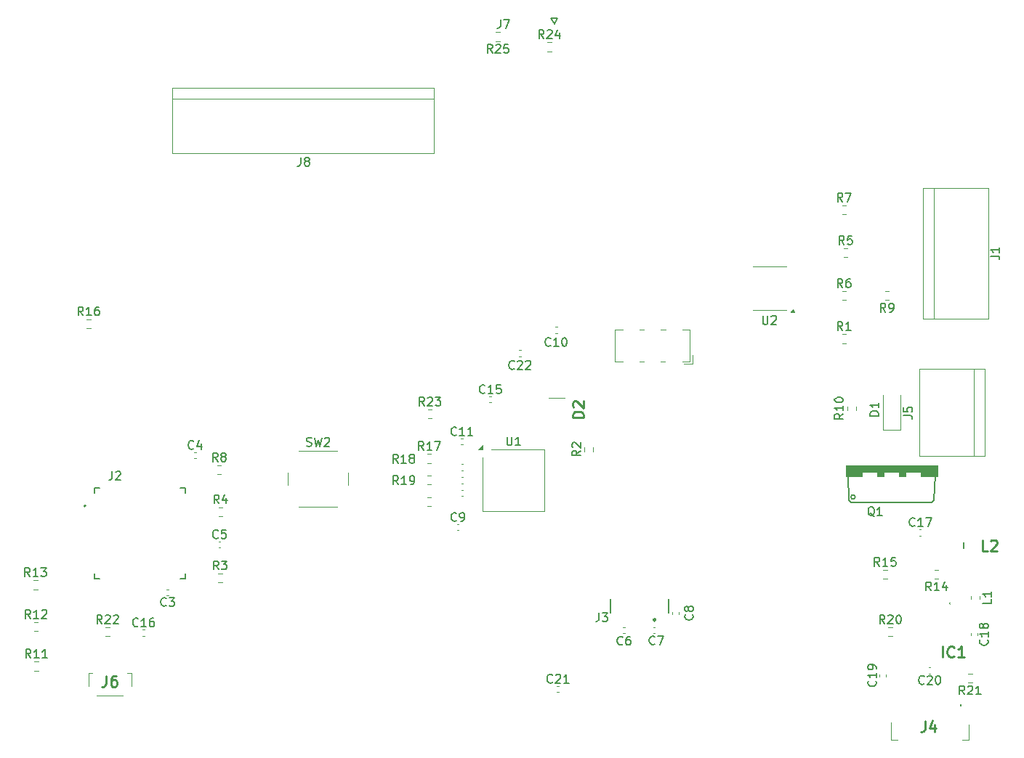
<source format=gbr>
%TF.GenerationSoftware,KiCad,Pcbnew,8.0.1*%
%TF.CreationDate,2024-06-25T09:58:30-03:00*%
%TF.ProjectId,EA075_Optisort,45413037-355f-44f7-9074-69736f72742e,rev?*%
%TF.SameCoordinates,Original*%
%TF.FileFunction,Legend,Top*%
%TF.FilePolarity,Positive*%
%FSLAX46Y46*%
G04 Gerber Fmt 4.6, Leading zero omitted, Abs format (unit mm)*
G04 Created by KiCad (PCBNEW 8.0.1) date 2024-06-25 09:58:30*
%MOMM*%
%LPD*%
G01*
G04 APERTURE LIST*
%ADD10C,0.150000*%
%ADD11C,0.254000*%
%ADD12C,0.100000*%
%ADD13C,0.120000*%
%ADD14C,0.010000*%
%ADD15C,0.127000*%
%ADD16C,0.200000*%
%ADD17C,0.250000*%
G04 APERTURE END LIST*
D10*
X114909166Y-32612319D02*
X114909166Y-33326604D01*
X114909166Y-33326604D02*
X114861547Y-33469461D01*
X114861547Y-33469461D02*
X114766309Y-33564700D01*
X114766309Y-33564700D02*
X114623452Y-33612319D01*
X114623452Y-33612319D02*
X114528214Y-33612319D01*
X115290119Y-32612319D02*
X115956785Y-32612319D01*
X115956785Y-32612319D02*
X115528214Y-33612319D01*
D11*
X124574318Y-79012381D02*
X123304318Y-79012381D01*
X123304318Y-79012381D02*
X123304318Y-78710000D01*
X123304318Y-78710000D02*
X123364794Y-78528571D01*
X123364794Y-78528571D02*
X123485746Y-78407619D01*
X123485746Y-78407619D02*
X123606699Y-78347142D01*
X123606699Y-78347142D02*
X123848603Y-78286666D01*
X123848603Y-78286666D02*
X124030032Y-78286666D01*
X124030032Y-78286666D02*
X124271937Y-78347142D01*
X124271937Y-78347142D02*
X124392889Y-78407619D01*
X124392889Y-78407619D02*
X124513842Y-78528571D01*
X124513842Y-78528571D02*
X124574318Y-78710000D01*
X124574318Y-78710000D02*
X124574318Y-79012381D01*
X123425270Y-77802857D02*
X123364794Y-77742381D01*
X123364794Y-77742381D02*
X123304318Y-77621428D01*
X123304318Y-77621428D02*
X123304318Y-77319047D01*
X123304318Y-77319047D02*
X123364794Y-77198095D01*
X123364794Y-77198095D02*
X123425270Y-77137619D01*
X123425270Y-77137619D02*
X123546222Y-77077142D01*
X123546222Y-77077142D02*
X123667175Y-77077142D01*
X123667175Y-77077142D02*
X123848603Y-77137619D01*
X123848603Y-77137619D02*
X124574318Y-77863333D01*
X124574318Y-77863333D02*
X124574318Y-77077142D01*
D10*
X115663095Y-81254819D02*
X115663095Y-82064342D01*
X115663095Y-82064342D02*
X115710714Y-82159580D01*
X115710714Y-82159580D02*
X115758333Y-82207200D01*
X115758333Y-82207200D02*
X115853571Y-82254819D01*
X115853571Y-82254819D02*
X116044047Y-82254819D01*
X116044047Y-82254819D02*
X116139285Y-82207200D01*
X116139285Y-82207200D02*
X116186904Y-82159580D01*
X116186904Y-82159580D02*
X116234523Y-82064342D01*
X116234523Y-82064342D02*
X116234523Y-81254819D01*
X117234523Y-82254819D02*
X116663095Y-82254819D01*
X116948809Y-82254819D02*
X116948809Y-81254819D01*
X116948809Y-81254819D02*
X116853571Y-81397676D01*
X116853571Y-81397676D02*
X116758333Y-81492914D01*
X116758333Y-81492914D02*
X116663095Y-81540533D01*
X68482142Y-103024819D02*
X68148809Y-102548628D01*
X67910714Y-103024819D02*
X67910714Y-102024819D01*
X67910714Y-102024819D02*
X68291666Y-102024819D01*
X68291666Y-102024819D02*
X68386904Y-102072438D01*
X68386904Y-102072438D02*
X68434523Y-102120057D01*
X68434523Y-102120057D02*
X68482142Y-102215295D01*
X68482142Y-102215295D02*
X68482142Y-102358152D01*
X68482142Y-102358152D02*
X68434523Y-102453390D01*
X68434523Y-102453390D02*
X68386904Y-102501009D01*
X68386904Y-102501009D02*
X68291666Y-102548628D01*
X68291666Y-102548628D02*
X67910714Y-102548628D01*
X68863095Y-102120057D02*
X68910714Y-102072438D01*
X68910714Y-102072438D02*
X69005952Y-102024819D01*
X69005952Y-102024819D02*
X69244047Y-102024819D01*
X69244047Y-102024819D02*
X69339285Y-102072438D01*
X69339285Y-102072438D02*
X69386904Y-102120057D01*
X69386904Y-102120057D02*
X69434523Y-102215295D01*
X69434523Y-102215295D02*
X69434523Y-102310533D01*
X69434523Y-102310533D02*
X69386904Y-102453390D01*
X69386904Y-102453390D02*
X68815476Y-103024819D01*
X68815476Y-103024819D02*
X69434523Y-103024819D01*
X69815476Y-102120057D02*
X69863095Y-102072438D01*
X69863095Y-102072438D02*
X69958333Y-102024819D01*
X69958333Y-102024819D02*
X70196428Y-102024819D01*
X70196428Y-102024819D02*
X70291666Y-102072438D01*
X70291666Y-102072438D02*
X70339285Y-102120057D01*
X70339285Y-102120057D02*
X70386904Y-102215295D01*
X70386904Y-102215295D02*
X70386904Y-102310533D01*
X70386904Y-102310533D02*
X70339285Y-102453390D01*
X70339285Y-102453390D02*
X69767857Y-103024819D01*
X69767857Y-103024819D02*
X70386904Y-103024819D01*
X92316667Y-82307200D02*
X92459524Y-82354819D01*
X92459524Y-82354819D02*
X92697619Y-82354819D01*
X92697619Y-82354819D02*
X92792857Y-82307200D01*
X92792857Y-82307200D02*
X92840476Y-82259580D01*
X92840476Y-82259580D02*
X92888095Y-82164342D01*
X92888095Y-82164342D02*
X92888095Y-82069104D01*
X92888095Y-82069104D02*
X92840476Y-81973866D01*
X92840476Y-81973866D02*
X92792857Y-81926247D01*
X92792857Y-81926247D02*
X92697619Y-81878628D01*
X92697619Y-81878628D02*
X92507143Y-81831009D01*
X92507143Y-81831009D02*
X92411905Y-81783390D01*
X92411905Y-81783390D02*
X92364286Y-81735771D01*
X92364286Y-81735771D02*
X92316667Y-81640533D01*
X92316667Y-81640533D02*
X92316667Y-81545295D01*
X92316667Y-81545295D02*
X92364286Y-81450057D01*
X92364286Y-81450057D02*
X92411905Y-81402438D01*
X92411905Y-81402438D02*
X92507143Y-81354819D01*
X92507143Y-81354819D02*
X92745238Y-81354819D01*
X92745238Y-81354819D02*
X92888095Y-81402438D01*
X93221429Y-81354819D02*
X93459524Y-82354819D01*
X93459524Y-82354819D02*
X93650000Y-81640533D01*
X93650000Y-81640533D02*
X93840476Y-82354819D01*
X93840476Y-82354819D02*
X94078572Y-81354819D01*
X94411905Y-81450057D02*
X94459524Y-81402438D01*
X94459524Y-81402438D02*
X94554762Y-81354819D01*
X94554762Y-81354819D02*
X94792857Y-81354819D01*
X94792857Y-81354819D02*
X94888095Y-81402438D01*
X94888095Y-81402438D02*
X94935714Y-81450057D01*
X94935714Y-81450057D02*
X94983333Y-81545295D01*
X94983333Y-81545295D02*
X94983333Y-81640533D01*
X94983333Y-81640533D02*
X94935714Y-81783390D01*
X94935714Y-81783390D02*
X94364286Y-82354819D01*
X94364286Y-82354819D02*
X94983333Y-82354819D01*
X91641666Y-48679819D02*
X91641666Y-49394104D01*
X91641666Y-49394104D02*
X91594047Y-49536961D01*
X91594047Y-49536961D02*
X91498809Y-49632200D01*
X91498809Y-49632200D02*
X91355952Y-49679819D01*
X91355952Y-49679819D02*
X91260714Y-49679819D01*
X92260714Y-49108390D02*
X92165476Y-49060771D01*
X92165476Y-49060771D02*
X92117857Y-49013152D01*
X92117857Y-49013152D02*
X92070238Y-48917914D01*
X92070238Y-48917914D02*
X92070238Y-48870295D01*
X92070238Y-48870295D02*
X92117857Y-48775057D01*
X92117857Y-48775057D02*
X92165476Y-48727438D01*
X92165476Y-48727438D02*
X92260714Y-48679819D01*
X92260714Y-48679819D02*
X92451190Y-48679819D01*
X92451190Y-48679819D02*
X92546428Y-48727438D01*
X92546428Y-48727438D02*
X92594047Y-48775057D01*
X92594047Y-48775057D02*
X92641666Y-48870295D01*
X92641666Y-48870295D02*
X92641666Y-48917914D01*
X92641666Y-48917914D02*
X92594047Y-49013152D01*
X92594047Y-49013152D02*
X92546428Y-49060771D01*
X92546428Y-49060771D02*
X92451190Y-49108390D01*
X92451190Y-49108390D02*
X92260714Y-49108390D01*
X92260714Y-49108390D02*
X92165476Y-49156009D01*
X92165476Y-49156009D02*
X92117857Y-49203628D01*
X92117857Y-49203628D02*
X92070238Y-49298866D01*
X92070238Y-49298866D02*
X92070238Y-49489342D01*
X92070238Y-49489342D02*
X92117857Y-49584580D01*
X92117857Y-49584580D02*
X92165476Y-49632200D01*
X92165476Y-49632200D02*
X92260714Y-49679819D01*
X92260714Y-49679819D02*
X92451190Y-49679819D01*
X92451190Y-49679819D02*
X92546428Y-49632200D01*
X92546428Y-49632200D02*
X92594047Y-49584580D01*
X92594047Y-49584580D02*
X92641666Y-49489342D01*
X92641666Y-49489342D02*
X92641666Y-49298866D01*
X92641666Y-49298866D02*
X92594047Y-49203628D01*
X92594047Y-49203628D02*
X92546428Y-49156009D01*
X92546428Y-49156009D02*
X92451190Y-49108390D01*
X145463095Y-67129819D02*
X145463095Y-67939342D01*
X145463095Y-67939342D02*
X145510714Y-68034580D01*
X145510714Y-68034580D02*
X145558333Y-68082200D01*
X145558333Y-68082200D02*
X145653571Y-68129819D01*
X145653571Y-68129819D02*
X145844047Y-68129819D01*
X145844047Y-68129819D02*
X145939285Y-68082200D01*
X145939285Y-68082200D02*
X145986904Y-68034580D01*
X145986904Y-68034580D02*
X146034523Y-67939342D01*
X146034523Y-67939342D02*
X146034523Y-67129819D01*
X146463095Y-67225057D02*
X146510714Y-67177438D01*
X146510714Y-67177438D02*
X146605952Y-67129819D01*
X146605952Y-67129819D02*
X146844047Y-67129819D01*
X146844047Y-67129819D02*
X146939285Y-67177438D01*
X146939285Y-67177438D02*
X146986904Y-67225057D01*
X146986904Y-67225057D02*
X147034523Y-67320295D01*
X147034523Y-67320295D02*
X147034523Y-67415533D01*
X147034523Y-67415533D02*
X146986904Y-67558390D01*
X146986904Y-67558390D02*
X146415476Y-68129819D01*
X146415476Y-68129819D02*
X147034523Y-68129819D01*
X113957142Y-36484819D02*
X113623809Y-36008628D01*
X113385714Y-36484819D02*
X113385714Y-35484819D01*
X113385714Y-35484819D02*
X113766666Y-35484819D01*
X113766666Y-35484819D02*
X113861904Y-35532438D01*
X113861904Y-35532438D02*
X113909523Y-35580057D01*
X113909523Y-35580057D02*
X113957142Y-35675295D01*
X113957142Y-35675295D02*
X113957142Y-35818152D01*
X113957142Y-35818152D02*
X113909523Y-35913390D01*
X113909523Y-35913390D02*
X113861904Y-35961009D01*
X113861904Y-35961009D02*
X113766666Y-36008628D01*
X113766666Y-36008628D02*
X113385714Y-36008628D01*
X114338095Y-35580057D02*
X114385714Y-35532438D01*
X114385714Y-35532438D02*
X114480952Y-35484819D01*
X114480952Y-35484819D02*
X114719047Y-35484819D01*
X114719047Y-35484819D02*
X114814285Y-35532438D01*
X114814285Y-35532438D02*
X114861904Y-35580057D01*
X114861904Y-35580057D02*
X114909523Y-35675295D01*
X114909523Y-35675295D02*
X114909523Y-35770533D01*
X114909523Y-35770533D02*
X114861904Y-35913390D01*
X114861904Y-35913390D02*
X114290476Y-36484819D01*
X114290476Y-36484819D02*
X114909523Y-36484819D01*
X115814285Y-35484819D02*
X115338095Y-35484819D01*
X115338095Y-35484819D02*
X115290476Y-35961009D01*
X115290476Y-35961009D02*
X115338095Y-35913390D01*
X115338095Y-35913390D02*
X115433333Y-35865771D01*
X115433333Y-35865771D02*
X115671428Y-35865771D01*
X115671428Y-35865771D02*
X115766666Y-35913390D01*
X115766666Y-35913390D02*
X115814285Y-35961009D01*
X115814285Y-35961009D02*
X115861904Y-36056247D01*
X115861904Y-36056247D02*
X115861904Y-36294342D01*
X115861904Y-36294342D02*
X115814285Y-36389580D01*
X115814285Y-36389580D02*
X115766666Y-36437200D01*
X115766666Y-36437200D02*
X115671428Y-36484819D01*
X115671428Y-36484819D02*
X115433333Y-36484819D01*
X115433333Y-36484819D02*
X115338095Y-36437200D01*
X115338095Y-36437200D02*
X115290476Y-36389580D01*
X119957142Y-34799819D02*
X119623809Y-34323628D01*
X119385714Y-34799819D02*
X119385714Y-33799819D01*
X119385714Y-33799819D02*
X119766666Y-33799819D01*
X119766666Y-33799819D02*
X119861904Y-33847438D01*
X119861904Y-33847438D02*
X119909523Y-33895057D01*
X119909523Y-33895057D02*
X119957142Y-33990295D01*
X119957142Y-33990295D02*
X119957142Y-34133152D01*
X119957142Y-34133152D02*
X119909523Y-34228390D01*
X119909523Y-34228390D02*
X119861904Y-34276009D01*
X119861904Y-34276009D02*
X119766666Y-34323628D01*
X119766666Y-34323628D02*
X119385714Y-34323628D01*
X120338095Y-33895057D02*
X120385714Y-33847438D01*
X120385714Y-33847438D02*
X120480952Y-33799819D01*
X120480952Y-33799819D02*
X120719047Y-33799819D01*
X120719047Y-33799819D02*
X120814285Y-33847438D01*
X120814285Y-33847438D02*
X120861904Y-33895057D01*
X120861904Y-33895057D02*
X120909523Y-33990295D01*
X120909523Y-33990295D02*
X120909523Y-34085533D01*
X120909523Y-34085533D02*
X120861904Y-34228390D01*
X120861904Y-34228390D02*
X120290476Y-34799819D01*
X120290476Y-34799819D02*
X120909523Y-34799819D01*
X121766666Y-34133152D02*
X121766666Y-34799819D01*
X121528571Y-33752200D02*
X121290476Y-34466485D01*
X121290476Y-34466485D02*
X121909523Y-34466485D01*
X106032142Y-77624819D02*
X105698809Y-77148628D01*
X105460714Y-77624819D02*
X105460714Y-76624819D01*
X105460714Y-76624819D02*
X105841666Y-76624819D01*
X105841666Y-76624819D02*
X105936904Y-76672438D01*
X105936904Y-76672438D02*
X105984523Y-76720057D01*
X105984523Y-76720057D02*
X106032142Y-76815295D01*
X106032142Y-76815295D02*
X106032142Y-76958152D01*
X106032142Y-76958152D02*
X105984523Y-77053390D01*
X105984523Y-77053390D02*
X105936904Y-77101009D01*
X105936904Y-77101009D02*
X105841666Y-77148628D01*
X105841666Y-77148628D02*
X105460714Y-77148628D01*
X106413095Y-76720057D02*
X106460714Y-76672438D01*
X106460714Y-76672438D02*
X106555952Y-76624819D01*
X106555952Y-76624819D02*
X106794047Y-76624819D01*
X106794047Y-76624819D02*
X106889285Y-76672438D01*
X106889285Y-76672438D02*
X106936904Y-76720057D01*
X106936904Y-76720057D02*
X106984523Y-76815295D01*
X106984523Y-76815295D02*
X106984523Y-76910533D01*
X106984523Y-76910533D02*
X106936904Y-77053390D01*
X106936904Y-77053390D02*
X106365476Y-77624819D01*
X106365476Y-77624819D02*
X106984523Y-77624819D01*
X107317857Y-76624819D02*
X107936904Y-76624819D01*
X107936904Y-76624819D02*
X107603571Y-77005771D01*
X107603571Y-77005771D02*
X107746428Y-77005771D01*
X107746428Y-77005771D02*
X107841666Y-77053390D01*
X107841666Y-77053390D02*
X107889285Y-77101009D01*
X107889285Y-77101009D02*
X107936904Y-77196247D01*
X107936904Y-77196247D02*
X107936904Y-77434342D01*
X107936904Y-77434342D02*
X107889285Y-77529580D01*
X107889285Y-77529580D02*
X107841666Y-77577200D01*
X107841666Y-77577200D02*
X107746428Y-77624819D01*
X107746428Y-77624819D02*
X107460714Y-77624819D01*
X107460714Y-77624819D02*
X107365476Y-77577200D01*
X107365476Y-77577200D02*
X107317857Y-77529580D01*
X168957142Y-111284819D02*
X168623809Y-110808628D01*
X168385714Y-111284819D02*
X168385714Y-110284819D01*
X168385714Y-110284819D02*
X168766666Y-110284819D01*
X168766666Y-110284819D02*
X168861904Y-110332438D01*
X168861904Y-110332438D02*
X168909523Y-110380057D01*
X168909523Y-110380057D02*
X168957142Y-110475295D01*
X168957142Y-110475295D02*
X168957142Y-110618152D01*
X168957142Y-110618152D02*
X168909523Y-110713390D01*
X168909523Y-110713390D02*
X168861904Y-110761009D01*
X168861904Y-110761009D02*
X168766666Y-110808628D01*
X168766666Y-110808628D02*
X168385714Y-110808628D01*
X169338095Y-110380057D02*
X169385714Y-110332438D01*
X169385714Y-110332438D02*
X169480952Y-110284819D01*
X169480952Y-110284819D02*
X169719047Y-110284819D01*
X169719047Y-110284819D02*
X169814285Y-110332438D01*
X169814285Y-110332438D02*
X169861904Y-110380057D01*
X169861904Y-110380057D02*
X169909523Y-110475295D01*
X169909523Y-110475295D02*
X169909523Y-110570533D01*
X169909523Y-110570533D02*
X169861904Y-110713390D01*
X169861904Y-110713390D02*
X169290476Y-111284819D01*
X169290476Y-111284819D02*
X169909523Y-111284819D01*
X170861904Y-111284819D02*
X170290476Y-111284819D01*
X170576190Y-111284819D02*
X170576190Y-110284819D01*
X170576190Y-110284819D02*
X170480952Y-110427676D01*
X170480952Y-110427676D02*
X170385714Y-110522914D01*
X170385714Y-110522914D02*
X170290476Y-110570533D01*
X159657142Y-103024819D02*
X159323809Y-102548628D01*
X159085714Y-103024819D02*
X159085714Y-102024819D01*
X159085714Y-102024819D02*
X159466666Y-102024819D01*
X159466666Y-102024819D02*
X159561904Y-102072438D01*
X159561904Y-102072438D02*
X159609523Y-102120057D01*
X159609523Y-102120057D02*
X159657142Y-102215295D01*
X159657142Y-102215295D02*
X159657142Y-102358152D01*
X159657142Y-102358152D02*
X159609523Y-102453390D01*
X159609523Y-102453390D02*
X159561904Y-102501009D01*
X159561904Y-102501009D02*
X159466666Y-102548628D01*
X159466666Y-102548628D02*
X159085714Y-102548628D01*
X160038095Y-102120057D02*
X160085714Y-102072438D01*
X160085714Y-102072438D02*
X160180952Y-102024819D01*
X160180952Y-102024819D02*
X160419047Y-102024819D01*
X160419047Y-102024819D02*
X160514285Y-102072438D01*
X160514285Y-102072438D02*
X160561904Y-102120057D01*
X160561904Y-102120057D02*
X160609523Y-102215295D01*
X160609523Y-102215295D02*
X160609523Y-102310533D01*
X160609523Y-102310533D02*
X160561904Y-102453390D01*
X160561904Y-102453390D02*
X159990476Y-103024819D01*
X159990476Y-103024819D02*
X160609523Y-103024819D01*
X161228571Y-102024819D02*
X161323809Y-102024819D01*
X161323809Y-102024819D02*
X161419047Y-102072438D01*
X161419047Y-102072438D02*
X161466666Y-102120057D01*
X161466666Y-102120057D02*
X161514285Y-102215295D01*
X161514285Y-102215295D02*
X161561904Y-102405771D01*
X161561904Y-102405771D02*
X161561904Y-102643866D01*
X161561904Y-102643866D02*
X161514285Y-102834342D01*
X161514285Y-102834342D02*
X161466666Y-102929580D01*
X161466666Y-102929580D02*
X161419047Y-102977200D01*
X161419047Y-102977200D02*
X161323809Y-103024819D01*
X161323809Y-103024819D02*
X161228571Y-103024819D01*
X161228571Y-103024819D02*
X161133333Y-102977200D01*
X161133333Y-102977200D02*
X161085714Y-102929580D01*
X161085714Y-102929580D02*
X161038095Y-102834342D01*
X161038095Y-102834342D02*
X160990476Y-102643866D01*
X160990476Y-102643866D02*
X160990476Y-102405771D01*
X160990476Y-102405771D02*
X161038095Y-102215295D01*
X161038095Y-102215295D02*
X161085714Y-102120057D01*
X161085714Y-102120057D02*
X161133333Y-102072438D01*
X161133333Y-102072438D02*
X161228571Y-102024819D01*
X102982142Y-86804819D02*
X102648809Y-86328628D01*
X102410714Y-86804819D02*
X102410714Y-85804819D01*
X102410714Y-85804819D02*
X102791666Y-85804819D01*
X102791666Y-85804819D02*
X102886904Y-85852438D01*
X102886904Y-85852438D02*
X102934523Y-85900057D01*
X102934523Y-85900057D02*
X102982142Y-85995295D01*
X102982142Y-85995295D02*
X102982142Y-86138152D01*
X102982142Y-86138152D02*
X102934523Y-86233390D01*
X102934523Y-86233390D02*
X102886904Y-86281009D01*
X102886904Y-86281009D02*
X102791666Y-86328628D01*
X102791666Y-86328628D02*
X102410714Y-86328628D01*
X103934523Y-86804819D02*
X103363095Y-86804819D01*
X103648809Y-86804819D02*
X103648809Y-85804819D01*
X103648809Y-85804819D02*
X103553571Y-85947676D01*
X103553571Y-85947676D02*
X103458333Y-86042914D01*
X103458333Y-86042914D02*
X103363095Y-86090533D01*
X104410714Y-86804819D02*
X104601190Y-86804819D01*
X104601190Y-86804819D02*
X104696428Y-86757200D01*
X104696428Y-86757200D02*
X104744047Y-86709580D01*
X104744047Y-86709580D02*
X104839285Y-86566723D01*
X104839285Y-86566723D02*
X104886904Y-86376247D01*
X104886904Y-86376247D02*
X104886904Y-85995295D01*
X104886904Y-85995295D02*
X104839285Y-85900057D01*
X104839285Y-85900057D02*
X104791666Y-85852438D01*
X104791666Y-85852438D02*
X104696428Y-85804819D01*
X104696428Y-85804819D02*
X104505952Y-85804819D01*
X104505952Y-85804819D02*
X104410714Y-85852438D01*
X104410714Y-85852438D02*
X104363095Y-85900057D01*
X104363095Y-85900057D02*
X104315476Y-85995295D01*
X104315476Y-85995295D02*
X104315476Y-86233390D01*
X104315476Y-86233390D02*
X104363095Y-86328628D01*
X104363095Y-86328628D02*
X104410714Y-86376247D01*
X104410714Y-86376247D02*
X104505952Y-86423866D01*
X104505952Y-86423866D02*
X104696428Y-86423866D01*
X104696428Y-86423866D02*
X104791666Y-86376247D01*
X104791666Y-86376247D02*
X104839285Y-86328628D01*
X104839285Y-86328628D02*
X104886904Y-86233390D01*
X102957142Y-84304819D02*
X102623809Y-83828628D01*
X102385714Y-84304819D02*
X102385714Y-83304819D01*
X102385714Y-83304819D02*
X102766666Y-83304819D01*
X102766666Y-83304819D02*
X102861904Y-83352438D01*
X102861904Y-83352438D02*
X102909523Y-83400057D01*
X102909523Y-83400057D02*
X102957142Y-83495295D01*
X102957142Y-83495295D02*
X102957142Y-83638152D01*
X102957142Y-83638152D02*
X102909523Y-83733390D01*
X102909523Y-83733390D02*
X102861904Y-83781009D01*
X102861904Y-83781009D02*
X102766666Y-83828628D01*
X102766666Y-83828628D02*
X102385714Y-83828628D01*
X103909523Y-84304819D02*
X103338095Y-84304819D01*
X103623809Y-84304819D02*
X103623809Y-83304819D01*
X103623809Y-83304819D02*
X103528571Y-83447676D01*
X103528571Y-83447676D02*
X103433333Y-83542914D01*
X103433333Y-83542914D02*
X103338095Y-83590533D01*
X104480952Y-83733390D02*
X104385714Y-83685771D01*
X104385714Y-83685771D02*
X104338095Y-83638152D01*
X104338095Y-83638152D02*
X104290476Y-83542914D01*
X104290476Y-83542914D02*
X104290476Y-83495295D01*
X104290476Y-83495295D02*
X104338095Y-83400057D01*
X104338095Y-83400057D02*
X104385714Y-83352438D01*
X104385714Y-83352438D02*
X104480952Y-83304819D01*
X104480952Y-83304819D02*
X104671428Y-83304819D01*
X104671428Y-83304819D02*
X104766666Y-83352438D01*
X104766666Y-83352438D02*
X104814285Y-83400057D01*
X104814285Y-83400057D02*
X104861904Y-83495295D01*
X104861904Y-83495295D02*
X104861904Y-83542914D01*
X104861904Y-83542914D02*
X104814285Y-83638152D01*
X104814285Y-83638152D02*
X104766666Y-83685771D01*
X104766666Y-83685771D02*
X104671428Y-83733390D01*
X104671428Y-83733390D02*
X104480952Y-83733390D01*
X104480952Y-83733390D02*
X104385714Y-83781009D01*
X104385714Y-83781009D02*
X104338095Y-83828628D01*
X104338095Y-83828628D02*
X104290476Y-83923866D01*
X104290476Y-83923866D02*
X104290476Y-84114342D01*
X104290476Y-84114342D02*
X104338095Y-84209580D01*
X104338095Y-84209580D02*
X104385714Y-84257200D01*
X104385714Y-84257200D02*
X104480952Y-84304819D01*
X104480952Y-84304819D02*
X104671428Y-84304819D01*
X104671428Y-84304819D02*
X104766666Y-84257200D01*
X104766666Y-84257200D02*
X104814285Y-84209580D01*
X104814285Y-84209580D02*
X104861904Y-84114342D01*
X104861904Y-84114342D02*
X104861904Y-83923866D01*
X104861904Y-83923866D02*
X104814285Y-83828628D01*
X104814285Y-83828628D02*
X104766666Y-83781009D01*
X104766666Y-83781009D02*
X104671428Y-83733390D01*
X105957142Y-82814819D02*
X105623809Y-82338628D01*
X105385714Y-82814819D02*
X105385714Y-81814819D01*
X105385714Y-81814819D02*
X105766666Y-81814819D01*
X105766666Y-81814819D02*
X105861904Y-81862438D01*
X105861904Y-81862438D02*
X105909523Y-81910057D01*
X105909523Y-81910057D02*
X105957142Y-82005295D01*
X105957142Y-82005295D02*
X105957142Y-82148152D01*
X105957142Y-82148152D02*
X105909523Y-82243390D01*
X105909523Y-82243390D02*
X105861904Y-82291009D01*
X105861904Y-82291009D02*
X105766666Y-82338628D01*
X105766666Y-82338628D02*
X105385714Y-82338628D01*
X106909523Y-82814819D02*
X106338095Y-82814819D01*
X106623809Y-82814819D02*
X106623809Y-81814819D01*
X106623809Y-81814819D02*
X106528571Y-81957676D01*
X106528571Y-81957676D02*
X106433333Y-82052914D01*
X106433333Y-82052914D02*
X106338095Y-82100533D01*
X107242857Y-81814819D02*
X107909523Y-81814819D01*
X107909523Y-81814819D02*
X107480952Y-82814819D01*
X66282142Y-67099819D02*
X65948809Y-66623628D01*
X65710714Y-67099819D02*
X65710714Y-66099819D01*
X65710714Y-66099819D02*
X66091666Y-66099819D01*
X66091666Y-66099819D02*
X66186904Y-66147438D01*
X66186904Y-66147438D02*
X66234523Y-66195057D01*
X66234523Y-66195057D02*
X66282142Y-66290295D01*
X66282142Y-66290295D02*
X66282142Y-66433152D01*
X66282142Y-66433152D02*
X66234523Y-66528390D01*
X66234523Y-66528390D02*
X66186904Y-66576009D01*
X66186904Y-66576009D02*
X66091666Y-66623628D01*
X66091666Y-66623628D02*
X65710714Y-66623628D01*
X67234523Y-67099819D02*
X66663095Y-67099819D01*
X66948809Y-67099819D02*
X66948809Y-66099819D01*
X66948809Y-66099819D02*
X66853571Y-66242676D01*
X66853571Y-66242676D02*
X66758333Y-66337914D01*
X66758333Y-66337914D02*
X66663095Y-66385533D01*
X68091666Y-66099819D02*
X67901190Y-66099819D01*
X67901190Y-66099819D02*
X67805952Y-66147438D01*
X67805952Y-66147438D02*
X67758333Y-66195057D01*
X67758333Y-66195057D02*
X67663095Y-66337914D01*
X67663095Y-66337914D02*
X67615476Y-66528390D01*
X67615476Y-66528390D02*
X67615476Y-66909342D01*
X67615476Y-66909342D02*
X67663095Y-67004580D01*
X67663095Y-67004580D02*
X67710714Y-67052200D01*
X67710714Y-67052200D02*
X67805952Y-67099819D01*
X67805952Y-67099819D02*
X67996428Y-67099819D01*
X67996428Y-67099819D02*
X68091666Y-67052200D01*
X68091666Y-67052200D02*
X68139285Y-67004580D01*
X68139285Y-67004580D02*
X68186904Y-66909342D01*
X68186904Y-66909342D02*
X68186904Y-66671247D01*
X68186904Y-66671247D02*
X68139285Y-66576009D01*
X68139285Y-66576009D02*
X68091666Y-66528390D01*
X68091666Y-66528390D02*
X67996428Y-66480771D01*
X67996428Y-66480771D02*
X67805952Y-66480771D01*
X67805952Y-66480771D02*
X67710714Y-66528390D01*
X67710714Y-66528390D02*
X67663095Y-66576009D01*
X67663095Y-66576009D02*
X67615476Y-66671247D01*
X159057142Y-96324819D02*
X158723809Y-95848628D01*
X158485714Y-96324819D02*
X158485714Y-95324819D01*
X158485714Y-95324819D02*
X158866666Y-95324819D01*
X158866666Y-95324819D02*
X158961904Y-95372438D01*
X158961904Y-95372438D02*
X159009523Y-95420057D01*
X159009523Y-95420057D02*
X159057142Y-95515295D01*
X159057142Y-95515295D02*
X159057142Y-95658152D01*
X159057142Y-95658152D02*
X159009523Y-95753390D01*
X159009523Y-95753390D02*
X158961904Y-95801009D01*
X158961904Y-95801009D02*
X158866666Y-95848628D01*
X158866666Y-95848628D02*
X158485714Y-95848628D01*
X160009523Y-96324819D02*
X159438095Y-96324819D01*
X159723809Y-96324819D02*
X159723809Y-95324819D01*
X159723809Y-95324819D02*
X159628571Y-95467676D01*
X159628571Y-95467676D02*
X159533333Y-95562914D01*
X159533333Y-95562914D02*
X159438095Y-95610533D01*
X160914285Y-95324819D02*
X160438095Y-95324819D01*
X160438095Y-95324819D02*
X160390476Y-95801009D01*
X160390476Y-95801009D02*
X160438095Y-95753390D01*
X160438095Y-95753390D02*
X160533333Y-95705771D01*
X160533333Y-95705771D02*
X160771428Y-95705771D01*
X160771428Y-95705771D02*
X160866666Y-95753390D01*
X160866666Y-95753390D02*
X160914285Y-95801009D01*
X160914285Y-95801009D02*
X160961904Y-95896247D01*
X160961904Y-95896247D02*
X160961904Y-96134342D01*
X160961904Y-96134342D02*
X160914285Y-96229580D01*
X160914285Y-96229580D02*
X160866666Y-96277200D01*
X160866666Y-96277200D02*
X160771428Y-96324819D01*
X160771428Y-96324819D02*
X160533333Y-96324819D01*
X160533333Y-96324819D02*
X160438095Y-96277200D01*
X160438095Y-96277200D02*
X160390476Y-96229580D01*
X165057142Y-99184819D02*
X164723809Y-98708628D01*
X164485714Y-99184819D02*
X164485714Y-98184819D01*
X164485714Y-98184819D02*
X164866666Y-98184819D01*
X164866666Y-98184819D02*
X164961904Y-98232438D01*
X164961904Y-98232438D02*
X165009523Y-98280057D01*
X165009523Y-98280057D02*
X165057142Y-98375295D01*
X165057142Y-98375295D02*
X165057142Y-98518152D01*
X165057142Y-98518152D02*
X165009523Y-98613390D01*
X165009523Y-98613390D02*
X164961904Y-98661009D01*
X164961904Y-98661009D02*
X164866666Y-98708628D01*
X164866666Y-98708628D02*
X164485714Y-98708628D01*
X166009523Y-99184819D02*
X165438095Y-99184819D01*
X165723809Y-99184819D02*
X165723809Y-98184819D01*
X165723809Y-98184819D02*
X165628571Y-98327676D01*
X165628571Y-98327676D02*
X165533333Y-98422914D01*
X165533333Y-98422914D02*
X165438095Y-98470533D01*
X166866666Y-98518152D02*
X166866666Y-99184819D01*
X166628571Y-98137200D02*
X166390476Y-98851485D01*
X166390476Y-98851485D02*
X167009523Y-98851485D01*
X60082142Y-97524819D02*
X59748809Y-97048628D01*
X59510714Y-97524819D02*
X59510714Y-96524819D01*
X59510714Y-96524819D02*
X59891666Y-96524819D01*
X59891666Y-96524819D02*
X59986904Y-96572438D01*
X59986904Y-96572438D02*
X60034523Y-96620057D01*
X60034523Y-96620057D02*
X60082142Y-96715295D01*
X60082142Y-96715295D02*
X60082142Y-96858152D01*
X60082142Y-96858152D02*
X60034523Y-96953390D01*
X60034523Y-96953390D02*
X59986904Y-97001009D01*
X59986904Y-97001009D02*
X59891666Y-97048628D01*
X59891666Y-97048628D02*
X59510714Y-97048628D01*
X61034523Y-97524819D02*
X60463095Y-97524819D01*
X60748809Y-97524819D02*
X60748809Y-96524819D01*
X60748809Y-96524819D02*
X60653571Y-96667676D01*
X60653571Y-96667676D02*
X60558333Y-96762914D01*
X60558333Y-96762914D02*
X60463095Y-96810533D01*
X61367857Y-96524819D02*
X61986904Y-96524819D01*
X61986904Y-96524819D02*
X61653571Y-96905771D01*
X61653571Y-96905771D02*
X61796428Y-96905771D01*
X61796428Y-96905771D02*
X61891666Y-96953390D01*
X61891666Y-96953390D02*
X61939285Y-97001009D01*
X61939285Y-97001009D02*
X61986904Y-97096247D01*
X61986904Y-97096247D02*
X61986904Y-97334342D01*
X61986904Y-97334342D02*
X61939285Y-97429580D01*
X61939285Y-97429580D02*
X61891666Y-97477200D01*
X61891666Y-97477200D02*
X61796428Y-97524819D01*
X61796428Y-97524819D02*
X61510714Y-97524819D01*
X61510714Y-97524819D02*
X61415476Y-97477200D01*
X61415476Y-97477200D02*
X61367857Y-97429580D01*
X60132142Y-102424819D02*
X59798809Y-101948628D01*
X59560714Y-102424819D02*
X59560714Y-101424819D01*
X59560714Y-101424819D02*
X59941666Y-101424819D01*
X59941666Y-101424819D02*
X60036904Y-101472438D01*
X60036904Y-101472438D02*
X60084523Y-101520057D01*
X60084523Y-101520057D02*
X60132142Y-101615295D01*
X60132142Y-101615295D02*
X60132142Y-101758152D01*
X60132142Y-101758152D02*
X60084523Y-101853390D01*
X60084523Y-101853390D02*
X60036904Y-101901009D01*
X60036904Y-101901009D02*
X59941666Y-101948628D01*
X59941666Y-101948628D02*
X59560714Y-101948628D01*
X61084523Y-102424819D02*
X60513095Y-102424819D01*
X60798809Y-102424819D02*
X60798809Y-101424819D01*
X60798809Y-101424819D02*
X60703571Y-101567676D01*
X60703571Y-101567676D02*
X60608333Y-101662914D01*
X60608333Y-101662914D02*
X60513095Y-101710533D01*
X61465476Y-101520057D02*
X61513095Y-101472438D01*
X61513095Y-101472438D02*
X61608333Y-101424819D01*
X61608333Y-101424819D02*
X61846428Y-101424819D01*
X61846428Y-101424819D02*
X61941666Y-101472438D01*
X61941666Y-101472438D02*
X61989285Y-101520057D01*
X61989285Y-101520057D02*
X62036904Y-101615295D01*
X62036904Y-101615295D02*
X62036904Y-101710533D01*
X62036904Y-101710533D02*
X61989285Y-101853390D01*
X61989285Y-101853390D02*
X61417857Y-102424819D01*
X61417857Y-102424819D02*
X62036904Y-102424819D01*
X60182142Y-107024819D02*
X59848809Y-106548628D01*
X59610714Y-107024819D02*
X59610714Y-106024819D01*
X59610714Y-106024819D02*
X59991666Y-106024819D01*
X59991666Y-106024819D02*
X60086904Y-106072438D01*
X60086904Y-106072438D02*
X60134523Y-106120057D01*
X60134523Y-106120057D02*
X60182142Y-106215295D01*
X60182142Y-106215295D02*
X60182142Y-106358152D01*
X60182142Y-106358152D02*
X60134523Y-106453390D01*
X60134523Y-106453390D02*
X60086904Y-106501009D01*
X60086904Y-106501009D02*
X59991666Y-106548628D01*
X59991666Y-106548628D02*
X59610714Y-106548628D01*
X61134523Y-107024819D02*
X60563095Y-107024819D01*
X60848809Y-107024819D02*
X60848809Y-106024819D01*
X60848809Y-106024819D02*
X60753571Y-106167676D01*
X60753571Y-106167676D02*
X60658333Y-106262914D01*
X60658333Y-106262914D02*
X60563095Y-106310533D01*
X62086904Y-107024819D02*
X61515476Y-107024819D01*
X61801190Y-107024819D02*
X61801190Y-106024819D01*
X61801190Y-106024819D02*
X61705952Y-106167676D01*
X61705952Y-106167676D02*
X61610714Y-106262914D01*
X61610714Y-106262914D02*
X61515476Y-106310533D01*
X154824819Y-78567857D02*
X154348628Y-78901190D01*
X154824819Y-79139285D02*
X153824819Y-79139285D01*
X153824819Y-79139285D02*
X153824819Y-78758333D01*
X153824819Y-78758333D02*
X153872438Y-78663095D01*
X153872438Y-78663095D02*
X153920057Y-78615476D01*
X153920057Y-78615476D02*
X154015295Y-78567857D01*
X154015295Y-78567857D02*
X154158152Y-78567857D01*
X154158152Y-78567857D02*
X154253390Y-78615476D01*
X154253390Y-78615476D02*
X154301009Y-78663095D01*
X154301009Y-78663095D02*
X154348628Y-78758333D01*
X154348628Y-78758333D02*
X154348628Y-79139285D01*
X154824819Y-77615476D02*
X154824819Y-78186904D01*
X154824819Y-77901190D02*
X153824819Y-77901190D01*
X153824819Y-77901190D02*
X153967676Y-77996428D01*
X153967676Y-77996428D02*
X154062914Y-78091666D01*
X154062914Y-78091666D02*
X154110533Y-78186904D01*
X153824819Y-76996428D02*
X153824819Y-76901190D01*
X153824819Y-76901190D02*
X153872438Y-76805952D01*
X153872438Y-76805952D02*
X153920057Y-76758333D01*
X153920057Y-76758333D02*
X154015295Y-76710714D01*
X154015295Y-76710714D02*
X154205771Y-76663095D01*
X154205771Y-76663095D02*
X154443866Y-76663095D01*
X154443866Y-76663095D02*
X154634342Y-76710714D01*
X154634342Y-76710714D02*
X154729580Y-76758333D01*
X154729580Y-76758333D02*
X154777200Y-76805952D01*
X154777200Y-76805952D02*
X154824819Y-76901190D01*
X154824819Y-76901190D02*
X154824819Y-76996428D01*
X154824819Y-76996428D02*
X154777200Y-77091666D01*
X154777200Y-77091666D02*
X154729580Y-77139285D01*
X154729580Y-77139285D02*
X154634342Y-77186904D01*
X154634342Y-77186904D02*
X154443866Y-77234523D01*
X154443866Y-77234523D02*
X154205771Y-77234523D01*
X154205771Y-77234523D02*
X154015295Y-77186904D01*
X154015295Y-77186904D02*
X153920057Y-77139285D01*
X153920057Y-77139285D02*
X153872438Y-77091666D01*
X153872438Y-77091666D02*
X153824819Y-76996428D01*
X159758333Y-66684819D02*
X159425000Y-66208628D01*
X159186905Y-66684819D02*
X159186905Y-65684819D01*
X159186905Y-65684819D02*
X159567857Y-65684819D01*
X159567857Y-65684819D02*
X159663095Y-65732438D01*
X159663095Y-65732438D02*
X159710714Y-65780057D01*
X159710714Y-65780057D02*
X159758333Y-65875295D01*
X159758333Y-65875295D02*
X159758333Y-66018152D01*
X159758333Y-66018152D02*
X159710714Y-66113390D01*
X159710714Y-66113390D02*
X159663095Y-66161009D01*
X159663095Y-66161009D02*
X159567857Y-66208628D01*
X159567857Y-66208628D02*
X159186905Y-66208628D01*
X160234524Y-66684819D02*
X160425000Y-66684819D01*
X160425000Y-66684819D02*
X160520238Y-66637200D01*
X160520238Y-66637200D02*
X160567857Y-66589580D01*
X160567857Y-66589580D02*
X160663095Y-66446723D01*
X160663095Y-66446723D02*
X160710714Y-66256247D01*
X160710714Y-66256247D02*
X160710714Y-65875295D01*
X160710714Y-65875295D02*
X160663095Y-65780057D01*
X160663095Y-65780057D02*
X160615476Y-65732438D01*
X160615476Y-65732438D02*
X160520238Y-65684819D01*
X160520238Y-65684819D02*
X160329762Y-65684819D01*
X160329762Y-65684819D02*
X160234524Y-65732438D01*
X160234524Y-65732438D02*
X160186905Y-65780057D01*
X160186905Y-65780057D02*
X160139286Y-65875295D01*
X160139286Y-65875295D02*
X160139286Y-66113390D01*
X160139286Y-66113390D02*
X160186905Y-66208628D01*
X160186905Y-66208628D02*
X160234524Y-66256247D01*
X160234524Y-66256247D02*
X160329762Y-66303866D01*
X160329762Y-66303866D02*
X160520238Y-66303866D01*
X160520238Y-66303866D02*
X160615476Y-66256247D01*
X160615476Y-66256247D02*
X160663095Y-66208628D01*
X160663095Y-66208628D02*
X160710714Y-66113390D01*
X81958333Y-84124819D02*
X81625000Y-83648628D01*
X81386905Y-84124819D02*
X81386905Y-83124819D01*
X81386905Y-83124819D02*
X81767857Y-83124819D01*
X81767857Y-83124819D02*
X81863095Y-83172438D01*
X81863095Y-83172438D02*
X81910714Y-83220057D01*
X81910714Y-83220057D02*
X81958333Y-83315295D01*
X81958333Y-83315295D02*
X81958333Y-83458152D01*
X81958333Y-83458152D02*
X81910714Y-83553390D01*
X81910714Y-83553390D02*
X81863095Y-83601009D01*
X81863095Y-83601009D02*
X81767857Y-83648628D01*
X81767857Y-83648628D02*
X81386905Y-83648628D01*
X82529762Y-83553390D02*
X82434524Y-83505771D01*
X82434524Y-83505771D02*
X82386905Y-83458152D01*
X82386905Y-83458152D02*
X82339286Y-83362914D01*
X82339286Y-83362914D02*
X82339286Y-83315295D01*
X82339286Y-83315295D02*
X82386905Y-83220057D01*
X82386905Y-83220057D02*
X82434524Y-83172438D01*
X82434524Y-83172438D02*
X82529762Y-83124819D01*
X82529762Y-83124819D02*
X82720238Y-83124819D01*
X82720238Y-83124819D02*
X82815476Y-83172438D01*
X82815476Y-83172438D02*
X82863095Y-83220057D01*
X82863095Y-83220057D02*
X82910714Y-83315295D01*
X82910714Y-83315295D02*
X82910714Y-83362914D01*
X82910714Y-83362914D02*
X82863095Y-83458152D01*
X82863095Y-83458152D02*
X82815476Y-83505771D01*
X82815476Y-83505771D02*
X82720238Y-83553390D01*
X82720238Y-83553390D02*
X82529762Y-83553390D01*
X82529762Y-83553390D02*
X82434524Y-83601009D01*
X82434524Y-83601009D02*
X82386905Y-83648628D01*
X82386905Y-83648628D02*
X82339286Y-83743866D01*
X82339286Y-83743866D02*
X82339286Y-83934342D01*
X82339286Y-83934342D02*
X82386905Y-84029580D01*
X82386905Y-84029580D02*
X82434524Y-84077200D01*
X82434524Y-84077200D02*
X82529762Y-84124819D01*
X82529762Y-84124819D02*
X82720238Y-84124819D01*
X82720238Y-84124819D02*
X82815476Y-84077200D01*
X82815476Y-84077200D02*
X82863095Y-84029580D01*
X82863095Y-84029580D02*
X82910714Y-83934342D01*
X82910714Y-83934342D02*
X82910714Y-83743866D01*
X82910714Y-83743866D02*
X82863095Y-83648628D01*
X82863095Y-83648628D02*
X82815476Y-83601009D01*
X82815476Y-83601009D02*
X82720238Y-83553390D01*
X154758333Y-53824819D02*
X154425000Y-53348628D01*
X154186905Y-53824819D02*
X154186905Y-52824819D01*
X154186905Y-52824819D02*
X154567857Y-52824819D01*
X154567857Y-52824819D02*
X154663095Y-52872438D01*
X154663095Y-52872438D02*
X154710714Y-52920057D01*
X154710714Y-52920057D02*
X154758333Y-53015295D01*
X154758333Y-53015295D02*
X154758333Y-53158152D01*
X154758333Y-53158152D02*
X154710714Y-53253390D01*
X154710714Y-53253390D02*
X154663095Y-53301009D01*
X154663095Y-53301009D02*
X154567857Y-53348628D01*
X154567857Y-53348628D02*
X154186905Y-53348628D01*
X155091667Y-52824819D02*
X155758333Y-52824819D01*
X155758333Y-52824819D02*
X155329762Y-53824819D01*
X154758333Y-63824819D02*
X154425000Y-63348628D01*
X154186905Y-63824819D02*
X154186905Y-62824819D01*
X154186905Y-62824819D02*
X154567857Y-62824819D01*
X154567857Y-62824819D02*
X154663095Y-62872438D01*
X154663095Y-62872438D02*
X154710714Y-62920057D01*
X154710714Y-62920057D02*
X154758333Y-63015295D01*
X154758333Y-63015295D02*
X154758333Y-63158152D01*
X154758333Y-63158152D02*
X154710714Y-63253390D01*
X154710714Y-63253390D02*
X154663095Y-63301009D01*
X154663095Y-63301009D02*
X154567857Y-63348628D01*
X154567857Y-63348628D02*
X154186905Y-63348628D01*
X155615476Y-62824819D02*
X155425000Y-62824819D01*
X155425000Y-62824819D02*
X155329762Y-62872438D01*
X155329762Y-62872438D02*
X155282143Y-62920057D01*
X155282143Y-62920057D02*
X155186905Y-63062914D01*
X155186905Y-63062914D02*
X155139286Y-63253390D01*
X155139286Y-63253390D02*
X155139286Y-63634342D01*
X155139286Y-63634342D02*
X155186905Y-63729580D01*
X155186905Y-63729580D02*
X155234524Y-63777200D01*
X155234524Y-63777200D02*
X155329762Y-63824819D01*
X155329762Y-63824819D02*
X155520238Y-63824819D01*
X155520238Y-63824819D02*
X155615476Y-63777200D01*
X155615476Y-63777200D02*
X155663095Y-63729580D01*
X155663095Y-63729580D02*
X155710714Y-63634342D01*
X155710714Y-63634342D02*
X155710714Y-63396247D01*
X155710714Y-63396247D02*
X155663095Y-63301009D01*
X155663095Y-63301009D02*
X155615476Y-63253390D01*
X155615476Y-63253390D02*
X155520238Y-63205771D01*
X155520238Y-63205771D02*
X155329762Y-63205771D01*
X155329762Y-63205771D02*
X155234524Y-63253390D01*
X155234524Y-63253390D02*
X155186905Y-63301009D01*
X155186905Y-63301009D02*
X155139286Y-63396247D01*
X154933333Y-58824819D02*
X154600000Y-58348628D01*
X154361905Y-58824819D02*
X154361905Y-57824819D01*
X154361905Y-57824819D02*
X154742857Y-57824819D01*
X154742857Y-57824819D02*
X154838095Y-57872438D01*
X154838095Y-57872438D02*
X154885714Y-57920057D01*
X154885714Y-57920057D02*
X154933333Y-58015295D01*
X154933333Y-58015295D02*
X154933333Y-58158152D01*
X154933333Y-58158152D02*
X154885714Y-58253390D01*
X154885714Y-58253390D02*
X154838095Y-58301009D01*
X154838095Y-58301009D02*
X154742857Y-58348628D01*
X154742857Y-58348628D02*
X154361905Y-58348628D01*
X155838095Y-57824819D02*
X155361905Y-57824819D01*
X155361905Y-57824819D02*
X155314286Y-58301009D01*
X155314286Y-58301009D02*
X155361905Y-58253390D01*
X155361905Y-58253390D02*
X155457143Y-58205771D01*
X155457143Y-58205771D02*
X155695238Y-58205771D01*
X155695238Y-58205771D02*
X155790476Y-58253390D01*
X155790476Y-58253390D02*
X155838095Y-58301009D01*
X155838095Y-58301009D02*
X155885714Y-58396247D01*
X155885714Y-58396247D02*
X155885714Y-58634342D01*
X155885714Y-58634342D02*
X155838095Y-58729580D01*
X155838095Y-58729580D02*
X155790476Y-58777200D01*
X155790476Y-58777200D02*
X155695238Y-58824819D01*
X155695238Y-58824819D02*
X155457143Y-58824819D01*
X155457143Y-58824819D02*
X155361905Y-58777200D01*
X155361905Y-58777200D02*
X155314286Y-58729580D01*
X82108333Y-89024819D02*
X81775000Y-88548628D01*
X81536905Y-89024819D02*
X81536905Y-88024819D01*
X81536905Y-88024819D02*
X81917857Y-88024819D01*
X81917857Y-88024819D02*
X82013095Y-88072438D01*
X82013095Y-88072438D02*
X82060714Y-88120057D01*
X82060714Y-88120057D02*
X82108333Y-88215295D01*
X82108333Y-88215295D02*
X82108333Y-88358152D01*
X82108333Y-88358152D02*
X82060714Y-88453390D01*
X82060714Y-88453390D02*
X82013095Y-88501009D01*
X82013095Y-88501009D02*
X81917857Y-88548628D01*
X81917857Y-88548628D02*
X81536905Y-88548628D01*
X82965476Y-88358152D02*
X82965476Y-89024819D01*
X82727381Y-87977200D02*
X82489286Y-88691485D01*
X82489286Y-88691485D02*
X83108333Y-88691485D01*
X82058333Y-96724819D02*
X81725000Y-96248628D01*
X81486905Y-96724819D02*
X81486905Y-95724819D01*
X81486905Y-95724819D02*
X81867857Y-95724819D01*
X81867857Y-95724819D02*
X81963095Y-95772438D01*
X81963095Y-95772438D02*
X82010714Y-95820057D01*
X82010714Y-95820057D02*
X82058333Y-95915295D01*
X82058333Y-95915295D02*
X82058333Y-96058152D01*
X82058333Y-96058152D02*
X82010714Y-96153390D01*
X82010714Y-96153390D02*
X81963095Y-96201009D01*
X81963095Y-96201009D02*
X81867857Y-96248628D01*
X81867857Y-96248628D02*
X81486905Y-96248628D01*
X82391667Y-95724819D02*
X83010714Y-95724819D01*
X83010714Y-95724819D02*
X82677381Y-96105771D01*
X82677381Y-96105771D02*
X82820238Y-96105771D01*
X82820238Y-96105771D02*
X82915476Y-96153390D01*
X82915476Y-96153390D02*
X82963095Y-96201009D01*
X82963095Y-96201009D02*
X83010714Y-96296247D01*
X83010714Y-96296247D02*
X83010714Y-96534342D01*
X83010714Y-96534342D02*
X82963095Y-96629580D01*
X82963095Y-96629580D02*
X82915476Y-96677200D01*
X82915476Y-96677200D02*
X82820238Y-96724819D01*
X82820238Y-96724819D02*
X82534524Y-96724819D01*
X82534524Y-96724819D02*
X82439286Y-96677200D01*
X82439286Y-96677200D02*
X82391667Y-96629580D01*
X124224819Y-82866666D02*
X123748628Y-83199999D01*
X124224819Y-83438094D02*
X123224819Y-83438094D01*
X123224819Y-83438094D02*
X123224819Y-83057142D01*
X123224819Y-83057142D02*
X123272438Y-82961904D01*
X123272438Y-82961904D02*
X123320057Y-82914285D01*
X123320057Y-82914285D02*
X123415295Y-82866666D01*
X123415295Y-82866666D02*
X123558152Y-82866666D01*
X123558152Y-82866666D02*
X123653390Y-82914285D01*
X123653390Y-82914285D02*
X123701009Y-82961904D01*
X123701009Y-82961904D02*
X123748628Y-83057142D01*
X123748628Y-83057142D02*
X123748628Y-83438094D01*
X123320057Y-82485713D02*
X123272438Y-82438094D01*
X123272438Y-82438094D02*
X123224819Y-82342856D01*
X123224819Y-82342856D02*
X123224819Y-82104761D01*
X123224819Y-82104761D02*
X123272438Y-82009523D01*
X123272438Y-82009523D02*
X123320057Y-81961904D01*
X123320057Y-81961904D02*
X123415295Y-81914285D01*
X123415295Y-81914285D02*
X123510533Y-81914285D01*
X123510533Y-81914285D02*
X123653390Y-81961904D01*
X123653390Y-81961904D02*
X124224819Y-82533332D01*
X124224819Y-82533332D02*
X124224819Y-81914285D01*
X154758333Y-68824819D02*
X154425000Y-68348628D01*
X154186905Y-68824819D02*
X154186905Y-67824819D01*
X154186905Y-67824819D02*
X154567857Y-67824819D01*
X154567857Y-67824819D02*
X154663095Y-67872438D01*
X154663095Y-67872438D02*
X154710714Y-67920057D01*
X154710714Y-67920057D02*
X154758333Y-68015295D01*
X154758333Y-68015295D02*
X154758333Y-68158152D01*
X154758333Y-68158152D02*
X154710714Y-68253390D01*
X154710714Y-68253390D02*
X154663095Y-68301009D01*
X154663095Y-68301009D02*
X154567857Y-68348628D01*
X154567857Y-68348628D02*
X154186905Y-68348628D01*
X155710714Y-68824819D02*
X155139286Y-68824819D01*
X155425000Y-68824819D02*
X155425000Y-67824819D01*
X155425000Y-67824819D02*
X155329762Y-67967676D01*
X155329762Y-67967676D02*
X155234524Y-68062914D01*
X155234524Y-68062914D02*
X155139286Y-68110533D01*
X158459047Y-90522409D02*
X158363774Y-90474773D01*
X158363774Y-90474773D02*
X158268502Y-90379501D01*
X158268502Y-90379501D02*
X158125593Y-90236592D01*
X158125593Y-90236592D02*
X158030320Y-90188955D01*
X158030320Y-90188955D02*
X157935048Y-90188955D01*
X157982684Y-90427137D02*
X157887412Y-90379501D01*
X157887412Y-90379501D02*
X157792139Y-90284228D01*
X157792139Y-90284228D02*
X157744503Y-90093683D01*
X157744503Y-90093683D02*
X157744503Y-89760229D01*
X157744503Y-89760229D02*
X157792139Y-89569684D01*
X157792139Y-89569684D02*
X157887412Y-89474411D01*
X157887412Y-89474411D02*
X157982684Y-89426775D01*
X157982684Y-89426775D02*
X158173229Y-89426775D01*
X158173229Y-89426775D02*
X158268502Y-89474411D01*
X158268502Y-89474411D02*
X158363774Y-89569684D01*
X158363774Y-89569684D02*
X158411411Y-89760229D01*
X158411411Y-89760229D02*
X158411411Y-90093683D01*
X158411411Y-90093683D02*
X158363774Y-90284228D01*
X158363774Y-90284228D02*
X158268502Y-90379501D01*
X158268502Y-90379501D02*
X158173229Y-90427137D01*
X158173229Y-90427137D02*
X157982684Y-90427137D01*
X159364136Y-90427137D02*
X158792501Y-90427137D01*
X159078318Y-90427137D02*
X159078318Y-89426775D01*
X159078318Y-89426775D02*
X158983046Y-89569684D01*
X158983046Y-89569684D02*
X158887773Y-89664956D01*
X158887773Y-89664956D02*
X158792501Y-89712593D01*
D11*
X171663333Y-94549318D02*
X171058571Y-94549318D01*
X171058571Y-94549318D02*
X171058571Y-93279318D01*
X172026190Y-93400270D02*
X172086666Y-93339794D01*
X172086666Y-93339794D02*
X172207619Y-93279318D01*
X172207619Y-93279318D02*
X172510000Y-93279318D01*
X172510000Y-93279318D02*
X172630952Y-93339794D01*
X172630952Y-93339794D02*
X172691428Y-93400270D01*
X172691428Y-93400270D02*
X172751905Y-93521222D01*
X172751905Y-93521222D02*
X172751905Y-93642175D01*
X172751905Y-93642175D02*
X172691428Y-93823603D01*
X172691428Y-93823603D02*
X171965714Y-94549318D01*
X171965714Y-94549318D02*
X172751905Y-94549318D01*
D10*
X172084819Y-100154166D02*
X172084819Y-100630356D01*
X172084819Y-100630356D02*
X171084819Y-100630356D01*
X172084819Y-99297023D02*
X172084819Y-99868451D01*
X172084819Y-99582737D02*
X171084819Y-99582737D01*
X171084819Y-99582737D02*
X171227676Y-99677975D01*
X171227676Y-99677975D02*
X171322914Y-99773213D01*
X171322914Y-99773213D02*
X171370533Y-99868451D01*
D11*
X68961667Y-109104318D02*
X68961667Y-110011461D01*
X68961667Y-110011461D02*
X68901190Y-110192889D01*
X68901190Y-110192889D02*
X68780238Y-110313842D01*
X68780238Y-110313842D02*
X68598809Y-110374318D01*
X68598809Y-110374318D02*
X68477857Y-110374318D01*
X70110714Y-109104318D02*
X69868809Y-109104318D01*
X69868809Y-109104318D02*
X69747857Y-109164794D01*
X69747857Y-109164794D02*
X69687381Y-109225270D01*
X69687381Y-109225270D02*
X69566428Y-109406699D01*
X69566428Y-109406699D02*
X69505952Y-109648603D01*
X69505952Y-109648603D02*
X69505952Y-110132413D01*
X69505952Y-110132413D02*
X69566428Y-110253365D01*
X69566428Y-110253365D02*
X69626905Y-110313842D01*
X69626905Y-110313842D02*
X69747857Y-110374318D01*
X69747857Y-110374318D02*
X69989762Y-110374318D01*
X69989762Y-110374318D02*
X70110714Y-110313842D01*
X70110714Y-110313842D02*
X70171190Y-110253365D01*
X70171190Y-110253365D02*
X70231667Y-110132413D01*
X70231667Y-110132413D02*
X70231667Y-109830032D01*
X70231667Y-109830032D02*
X70171190Y-109709080D01*
X70171190Y-109709080D02*
X70110714Y-109648603D01*
X70110714Y-109648603D02*
X69989762Y-109588127D01*
X69989762Y-109588127D02*
X69747857Y-109588127D01*
X69747857Y-109588127D02*
X69626905Y-109648603D01*
X69626905Y-109648603D02*
X69566428Y-109709080D01*
X69566428Y-109709080D02*
X69505952Y-109830032D01*
D10*
X161874819Y-78773333D02*
X162589104Y-78773333D01*
X162589104Y-78773333D02*
X162731961Y-78820952D01*
X162731961Y-78820952D02*
X162827200Y-78916190D01*
X162827200Y-78916190D02*
X162874819Y-79059047D01*
X162874819Y-79059047D02*
X162874819Y-79154285D01*
X161874819Y-77820952D02*
X161874819Y-78297142D01*
X161874819Y-78297142D02*
X162351009Y-78344761D01*
X162351009Y-78344761D02*
X162303390Y-78297142D01*
X162303390Y-78297142D02*
X162255771Y-78201904D01*
X162255771Y-78201904D02*
X162255771Y-77963809D01*
X162255771Y-77963809D02*
X162303390Y-77868571D01*
X162303390Y-77868571D02*
X162351009Y-77820952D01*
X162351009Y-77820952D02*
X162446247Y-77773333D01*
X162446247Y-77773333D02*
X162684342Y-77773333D01*
X162684342Y-77773333D02*
X162779580Y-77820952D01*
X162779580Y-77820952D02*
X162827200Y-77868571D01*
X162827200Y-77868571D02*
X162874819Y-77963809D01*
X162874819Y-77963809D02*
X162874819Y-78201904D01*
X162874819Y-78201904D02*
X162827200Y-78297142D01*
X162827200Y-78297142D02*
X162779580Y-78344761D01*
D11*
X164351667Y-114379318D02*
X164351667Y-115286461D01*
X164351667Y-115286461D02*
X164291190Y-115467889D01*
X164291190Y-115467889D02*
X164170238Y-115588842D01*
X164170238Y-115588842D02*
X163988809Y-115649318D01*
X163988809Y-115649318D02*
X163867857Y-115649318D01*
X165500714Y-114802651D02*
X165500714Y-115649318D01*
X165198333Y-114318842D02*
X164895952Y-115225984D01*
X164895952Y-115225984D02*
X165682143Y-115225984D01*
D10*
X126372493Y-101779819D02*
X126372493Y-102494104D01*
X126372493Y-102494104D02*
X126324874Y-102636961D01*
X126324874Y-102636961D02*
X126229636Y-102732200D01*
X126229636Y-102732200D02*
X126086779Y-102779819D01*
X126086779Y-102779819D02*
X125991541Y-102779819D01*
X126753446Y-101779819D02*
X127372493Y-101779819D01*
X127372493Y-101779819D02*
X127039160Y-102160771D01*
X127039160Y-102160771D02*
X127182017Y-102160771D01*
X127182017Y-102160771D02*
X127277255Y-102208390D01*
X127277255Y-102208390D02*
X127324874Y-102256009D01*
X127324874Y-102256009D02*
X127372493Y-102351247D01*
X127372493Y-102351247D02*
X127372493Y-102589342D01*
X127372493Y-102589342D02*
X127324874Y-102684580D01*
X127324874Y-102684580D02*
X127277255Y-102732200D01*
X127277255Y-102732200D02*
X127182017Y-102779819D01*
X127182017Y-102779819D02*
X126896303Y-102779819D01*
X126896303Y-102779819D02*
X126801065Y-102732200D01*
X126801065Y-102732200D02*
X126753446Y-102684580D01*
X69640666Y-85284819D02*
X69640666Y-85999104D01*
X69640666Y-85999104D02*
X69593047Y-86141961D01*
X69593047Y-86141961D02*
X69497809Y-86237200D01*
X69497809Y-86237200D02*
X69354952Y-86284819D01*
X69354952Y-86284819D02*
X69259714Y-86284819D01*
X70069238Y-85380057D02*
X70116857Y-85332438D01*
X70116857Y-85332438D02*
X70212095Y-85284819D01*
X70212095Y-85284819D02*
X70450190Y-85284819D01*
X70450190Y-85284819D02*
X70545428Y-85332438D01*
X70545428Y-85332438D02*
X70593047Y-85380057D01*
X70593047Y-85380057D02*
X70640666Y-85475295D01*
X70640666Y-85475295D02*
X70640666Y-85570533D01*
X70640666Y-85570533D02*
X70593047Y-85713390D01*
X70593047Y-85713390D02*
X70021619Y-86284819D01*
X70021619Y-86284819D02*
X70640666Y-86284819D01*
X172029819Y-60183333D02*
X172744104Y-60183333D01*
X172744104Y-60183333D02*
X172886961Y-60230952D01*
X172886961Y-60230952D02*
X172982200Y-60326190D01*
X172982200Y-60326190D02*
X173029819Y-60469047D01*
X173029819Y-60469047D02*
X173029819Y-60564285D01*
X173029819Y-59183333D02*
X173029819Y-59754761D01*
X173029819Y-59469047D02*
X172029819Y-59469047D01*
X172029819Y-59469047D02*
X172172676Y-59564285D01*
X172172676Y-59564285D02*
X172267914Y-59659523D01*
X172267914Y-59659523D02*
X172315533Y-59754761D01*
D11*
X166410237Y-106949318D02*
X166410237Y-105679318D01*
X167740714Y-106828365D02*
X167680238Y-106888842D01*
X167680238Y-106888842D02*
X167498809Y-106949318D01*
X167498809Y-106949318D02*
X167377857Y-106949318D01*
X167377857Y-106949318D02*
X167196428Y-106888842D01*
X167196428Y-106888842D02*
X167075476Y-106767889D01*
X167075476Y-106767889D02*
X167014999Y-106646937D01*
X167014999Y-106646937D02*
X166954523Y-106405032D01*
X166954523Y-106405032D02*
X166954523Y-106223603D01*
X166954523Y-106223603D02*
X167014999Y-105981699D01*
X167014999Y-105981699D02*
X167075476Y-105860746D01*
X167075476Y-105860746D02*
X167196428Y-105739794D01*
X167196428Y-105739794D02*
X167377857Y-105679318D01*
X167377857Y-105679318D02*
X167498809Y-105679318D01*
X167498809Y-105679318D02*
X167680238Y-105739794D01*
X167680238Y-105739794D02*
X167740714Y-105800270D01*
X168950238Y-106949318D02*
X168224523Y-106949318D01*
X168587380Y-106949318D02*
X168587380Y-105679318D01*
X168587380Y-105679318D02*
X168466428Y-105860746D01*
X168466428Y-105860746D02*
X168345476Y-105981699D01*
X168345476Y-105981699D02*
X168224523Y-106042175D01*
D10*
X158954819Y-78788094D02*
X157954819Y-78788094D01*
X157954819Y-78788094D02*
X157954819Y-78549999D01*
X157954819Y-78549999D02*
X158002438Y-78407142D01*
X158002438Y-78407142D02*
X158097676Y-78311904D01*
X158097676Y-78311904D02*
X158192914Y-78264285D01*
X158192914Y-78264285D02*
X158383390Y-78216666D01*
X158383390Y-78216666D02*
X158526247Y-78216666D01*
X158526247Y-78216666D02*
X158716723Y-78264285D01*
X158716723Y-78264285D02*
X158811961Y-78311904D01*
X158811961Y-78311904D02*
X158907200Y-78407142D01*
X158907200Y-78407142D02*
X158954819Y-78549999D01*
X158954819Y-78549999D02*
X158954819Y-78788094D01*
X158954819Y-77264285D02*
X158954819Y-77835713D01*
X158954819Y-77549999D02*
X157954819Y-77549999D01*
X157954819Y-77549999D02*
X158097676Y-77645237D01*
X158097676Y-77645237D02*
X158192914Y-77740475D01*
X158192914Y-77740475D02*
X158240533Y-77835713D01*
X116507142Y-73284580D02*
X116459523Y-73332200D01*
X116459523Y-73332200D02*
X116316666Y-73379819D01*
X116316666Y-73379819D02*
X116221428Y-73379819D01*
X116221428Y-73379819D02*
X116078571Y-73332200D01*
X116078571Y-73332200D02*
X115983333Y-73236961D01*
X115983333Y-73236961D02*
X115935714Y-73141723D01*
X115935714Y-73141723D02*
X115888095Y-72951247D01*
X115888095Y-72951247D02*
X115888095Y-72808390D01*
X115888095Y-72808390D02*
X115935714Y-72617914D01*
X115935714Y-72617914D02*
X115983333Y-72522676D01*
X115983333Y-72522676D02*
X116078571Y-72427438D01*
X116078571Y-72427438D02*
X116221428Y-72379819D01*
X116221428Y-72379819D02*
X116316666Y-72379819D01*
X116316666Y-72379819D02*
X116459523Y-72427438D01*
X116459523Y-72427438D02*
X116507142Y-72475057D01*
X116888095Y-72475057D02*
X116935714Y-72427438D01*
X116935714Y-72427438D02*
X117030952Y-72379819D01*
X117030952Y-72379819D02*
X117269047Y-72379819D01*
X117269047Y-72379819D02*
X117364285Y-72427438D01*
X117364285Y-72427438D02*
X117411904Y-72475057D01*
X117411904Y-72475057D02*
X117459523Y-72570295D01*
X117459523Y-72570295D02*
X117459523Y-72665533D01*
X117459523Y-72665533D02*
X117411904Y-72808390D01*
X117411904Y-72808390D02*
X116840476Y-73379819D01*
X116840476Y-73379819D02*
X117459523Y-73379819D01*
X117840476Y-72475057D02*
X117888095Y-72427438D01*
X117888095Y-72427438D02*
X117983333Y-72379819D01*
X117983333Y-72379819D02*
X118221428Y-72379819D01*
X118221428Y-72379819D02*
X118316666Y-72427438D01*
X118316666Y-72427438D02*
X118364285Y-72475057D01*
X118364285Y-72475057D02*
X118411904Y-72570295D01*
X118411904Y-72570295D02*
X118411904Y-72665533D01*
X118411904Y-72665533D02*
X118364285Y-72808390D01*
X118364285Y-72808390D02*
X117792857Y-73379819D01*
X117792857Y-73379819D02*
X118411904Y-73379819D01*
X120952142Y-109849580D02*
X120904523Y-109897200D01*
X120904523Y-109897200D02*
X120761666Y-109944819D01*
X120761666Y-109944819D02*
X120666428Y-109944819D01*
X120666428Y-109944819D02*
X120523571Y-109897200D01*
X120523571Y-109897200D02*
X120428333Y-109801961D01*
X120428333Y-109801961D02*
X120380714Y-109706723D01*
X120380714Y-109706723D02*
X120333095Y-109516247D01*
X120333095Y-109516247D02*
X120333095Y-109373390D01*
X120333095Y-109373390D02*
X120380714Y-109182914D01*
X120380714Y-109182914D02*
X120428333Y-109087676D01*
X120428333Y-109087676D02*
X120523571Y-108992438D01*
X120523571Y-108992438D02*
X120666428Y-108944819D01*
X120666428Y-108944819D02*
X120761666Y-108944819D01*
X120761666Y-108944819D02*
X120904523Y-108992438D01*
X120904523Y-108992438D02*
X120952142Y-109040057D01*
X121333095Y-109040057D02*
X121380714Y-108992438D01*
X121380714Y-108992438D02*
X121475952Y-108944819D01*
X121475952Y-108944819D02*
X121714047Y-108944819D01*
X121714047Y-108944819D02*
X121809285Y-108992438D01*
X121809285Y-108992438D02*
X121856904Y-109040057D01*
X121856904Y-109040057D02*
X121904523Y-109135295D01*
X121904523Y-109135295D02*
X121904523Y-109230533D01*
X121904523Y-109230533D02*
X121856904Y-109373390D01*
X121856904Y-109373390D02*
X121285476Y-109944819D01*
X121285476Y-109944819D02*
X121904523Y-109944819D01*
X122856904Y-109944819D02*
X122285476Y-109944819D01*
X122571190Y-109944819D02*
X122571190Y-108944819D01*
X122571190Y-108944819D02*
X122475952Y-109087676D01*
X122475952Y-109087676D02*
X122380714Y-109182914D01*
X122380714Y-109182914D02*
X122285476Y-109230533D01*
X164257142Y-110019580D02*
X164209523Y-110067200D01*
X164209523Y-110067200D02*
X164066666Y-110114819D01*
X164066666Y-110114819D02*
X163971428Y-110114819D01*
X163971428Y-110114819D02*
X163828571Y-110067200D01*
X163828571Y-110067200D02*
X163733333Y-109971961D01*
X163733333Y-109971961D02*
X163685714Y-109876723D01*
X163685714Y-109876723D02*
X163638095Y-109686247D01*
X163638095Y-109686247D02*
X163638095Y-109543390D01*
X163638095Y-109543390D02*
X163685714Y-109352914D01*
X163685714Y-109352914D02*
X163733333Y-109257676D01*
X163733333Y-109257676D02*
X163828571Y-109162438D01*
X163828571Y-109162438D02*
X163971428Y-109114819D01*
X163971428Y-109114819D02*
X164066666Y-109114819D01*
X164066666Y-109114819D02*
X164209523Y-109162438D01*
X164209523Y-109162438D02*
X164257142Y-109210057D01*
X164638095Y-109210057D02*
X164685714Y-109162438D01*
X164685714Y-109162438D02*
X164780952Y-109114819D01*
X164780952Y-109114819D02*
X165019047Y-109114819D01*
X165019047Y-109114819D02*
X165114285Y-109162438D01*
X165114285Y-109162438D02*
X165161904Y-109210057D01*
X165161904Y-109210057D02*
X165209523Y-109305295D01*
X165209523Y-109305295D02*
X165209523Y-109400533D01*
X165209523Y-109400533D02*
X165161904Y-109543390D01*
X165161904Y-109543390D02*
X164590476Y-110114819D01*
X164590476Y-110114819D02*
X165209523Y-110114819D01*
X165828571Y-109114819D02*
X165923809Y-109114819D01*
X165923809Y-109114819D02*
X166019047Y-109162438D01*
X166019047Y-109162438D02*
X166066666Y-109210057D01*
X166066666Y-109210057D02*
X166114285Y-109305295D01*
X166114285Y-109305295D02*
X166161904Y-109495771D01*
X166161904Y-109495771D02*
X166161904Y-109733866D01*
X166161904Y-109733866D02*
X166114285Y-109924342D01*
X166114285Y-109924342D02*
X166066666Y-110019580D01*
X166066666Y-110019580D02*
X166019047Y-110067200D01*
X166019047Y-110067200D02*
X165923809Y-110114819D01*
X165923809Y-110114819D02*
X165828571Y-110114819D01*
X165828571Y-110114819D02*
X165733333Y-110067200D01*
X165733333Y-110067200D02*
X165685714Y-110019580D01*
X165685714Y-110019580D02*
X165638095Y-109924342D01*
X165638095Y-109924342D02*
X165590476Y-109733866D01*
X165590476Y-109733866D02*
X165590476Y-109495771D01*
X165590476Y-109495771D02*
X165638095Y-109305295D01*
X165638095Y-109305295D02*
X165685714Y-109210057D01*
X165685714Y-109210057D02*
X165733333Y-109162438D01*
X165733333Y-109162438D02*
X165828571Y-109114819D01*
X158599580Y-109722857D02*
X158647200Y-109770476D01*
X158647200Y-109770476D02*
X158694819Y-109913333D01*
X158694819Y-109913333D02*
X158694819Y-110008571D01*
X158694819Y-110008571D02*
X158647200Y-110151428D01*
X158647200Y-110151428D02*
X158551961Y-110246666D01*
X158551961Y-110246666D02*
X158456723Y-110294285D01*
X158456723Y-110294285D02*
X158266247Y-110341904D01*
X158266247Y-110341904D02*
X158123390Y-110341904D01*
X158123390Y-110341904D02*
X157932914Y-110294285D01*
X157932914Y-110294285D02*
X157837676Y-110246666D01*
X157837676Y-110246666D02*
X157742438Y-110151428D01*
X157742438Y-110151428D02*
X157694819Y-110008571D01*
X157694819Y-110008571D02*
X157694819Y-109913333D01*
X157694819Y-109913333D02*
X157742438Y-109770476D01*
X157742438Y-109770476D02*
X157790057Y-109722857D01*
X158694819Y-108770476D02*
X158694819Y-109341904D01*
X158694819Y-109056190D02*
X157694819Y-109056190D01*
X157694819Y-109056190D02*
X157837676Y-109151428D01*
X157837676Y-109151428D02*
X157932914Y-109246666D01*
X157932914Y-109246666D02*
X157980533Y-109341904D01*
X158694819Y-108294285D02*
X158694819Y-108103809D01*
X158694819Y-108103809D02*
X158647200Y-108008571D01*
X158647200Y-108008571D02*
X158599580Y-107960952D01*
X158599580Y-107960952D02*
X158456723Y-107865714D01*
X158456723Y-107865714D02*
X158266247Y-107818095D01*
X158266247Y-107818095D02*
X157885295Y-107818095D01*
X157885295Y-107818095D02*
X157790057Y-107865714D01*
X157790057Y-107865714D02*
X157742438Y-107913333D01*
X157742438Y-107913333D02*
X157694819Y-108008571D01*
X157694819Y-108008571D02*
X157694819Y-108199047D01*
X157694819Y-108199047D02*
X157742438Y-108294285D01*
X157742438Y-108294285D02*
X157790057Y-108341904D01*
X157790057Y-108341904D02*
X157885295Y-108389523D01*
X157885295Y-108389523D02*
X158123390Y-108389523D01*
X158123390Y-108389523D02*
X158218628Y-108341904D01*
X158218628Y-108341904D02*
X158266247Y-108294285D01*
X158266247Y-108294285D02*
X158313866Y-108199047D01*
X158313866Y-108199047D02*
X158313866Y-108008571D01*
X158313866Y-108008571D02*
X158266247Y-107913333D01*
X158266247Y-107913333D02*
X158218628Y-107865714D01*
X158218628Y-107865714D02*
X158123390Y-107818095D01*
X171619580Y-104922857D02*
X171667200Y-104970476D01*
X171667200Y-104970476D02*
X171714819Y-105113333D01*
X171714819Y-105113333D02*
X171714819Y-105208571D01*
X171714819Y-105208571D02*
X171667200Y-105351428D01*
X171667200Y-105351428D02*
X171571961Y-105446666D01*
X171571961Y-105446666D02*
X171476723Y-105494285D01*
X171476723Y-105494285D02*
X171286247Y-105541904D01*
X171286247Y-105541904D02*
X171143390Y-105541904D01*
X171143390Y-105541904D02*
X170952914Y-105494285D01*
X170952914Y-105494285D02*
X170857676Y-105446666D01*
X170857676Y-105446666D02*
X170762438Y-105351428D01*
X170762438Y-105351428D02*
X170714819Y-105208571D01*
X170714819Y-105208571D02*
X170714819Y-105113333D01*
X170714819Y-105113333D02*
X170762438Y-104970476D01*
X170762438Y-104970476D02*
X170810057Y-104922857D01*
X171714819Y-103970476D02*
X171714819Y-104541904D01*
X171714819Y-104256190D02*
X170714819Y-104256190D01*
X170714819Y-104256190D02*
X170857676Y-104351428D01*
X170857676Y-104351428D02*
X170952914Y-104446666D01*
X170952914Y-104446666D02*
X171000533Y-104541904D01*
X171143390Y-103399047D02*
X171095771Y-103494285D01*
X171095771Y-103494285D02*
X171048152Y-103541904D01*
X171048152Y-103541904D02*
X170952914Y-103589523D01*
X170952914Y-103589523D02*
X170905295Y-103589523D01*
X170905295Y-103589523D02*
X170810057Y-103541904D01*
X170810057Y-103541904D02*
X170762438Y-103494285D01*
X170762438Y-103494285D02*
X170714819Y-103399047D01*
X170714819Y-103399047D02*
X170714819Y-103208571D01*
X170714819Y-103208571D02*
X170762438Y-103113333D01*
X170762438Y-103113333D02*
X170810057Y-103065714D01*
X170810057Y-103065714D02*
X170905295Y-103018095D01*
X170905295Y-103018095D02*
X170952914Y-103018095D01*
X170952914Y-103018095D02*
X171048152Y-103065714D01*
X171048152Y-103065714D02*
X171095771Y-103113333D01*
X171095771Y-103113333D02*
X171143390Y-103208571D01*
X171143390Y-103208571D02*
X171143390Y-103399047D01*
X171143390Y-103399047D02*
X171191009Y-103494285D01*
X171191009Y-103494285D02*
X171238628Y-103541904D01*
X171238628Y-103541904D02*
X171333866Y-103589523D01*
X171333866Y-103589523D02*
X171524342Y-103589523D01*
X171524342Y-103589523D02*
X171619580Y-103541904D01*
X171619580Y-103541904D02*
X171667200Y-103494285D01*
X171667200Y-103494285D02*
X171714819Y-103399047D01*
X171714819Y-103399047D02*
X171714819Y-103208571D01*
X171714819Y-103208571D02*
X171667200Y-103113333D01*
X171667200Y-103113333D02*
X171619580Y-103065714D01*
X171619580Y-103065714D02*
X171524342Y-103018095D01*
X171524342Y-103018095D02*
X171333866Y-103018095D01*
X171333866Y-103018095D02*
X171238628Y-103065714D01*
X171238628Y-103065714D02*
X171191009Y-103113333D01*
X171191009Y-103113333D02*
X171143390Y-103208571D01*
X163157142Y-91599580D02*
X163109523Y-91647200D01*
X163109523Y-91647200D02*
X162966666Y-91694819D01*
X162966666Y-91694819D02*
X162871428Y-91694819D01*
X162871428Y-91694819D02*
X162728571Y-91647200D01*
X162728571Y-91647200D02*
X162633333Y-91551961D01*
X162633333Y-91551961D02*
X162585714Y-91456723D01*
X162585714Y-91456723D02*
X162538095Y-91266247D01*
X162538095Y-91266247D02*
X162538095Y-91123390D01*
X162538095Y-91123390D02*
X162585714Y-90932914D01*
X162585714Y-90932914D02*
X162633333Y-90837676D01*
X162633333Y-90837676D02*
X162728571Y-90742438D01*
X162728571Y-90742438D02*
X162871428Y-90694819D01*
X162871428Y-90694819D02*
X162966666Y-90694819D01*
X162966666Y-90694819D02*
X163109523Y-90742438D01*
X163109523Y-90742438D02*
X163157142Y-90790057D01*
X164109523Y-91694819D02*
X163538095Y-91694819D01*
X163823809Y-91694819D02*
X163823809Y-90694819D01*
X163823809Y-90694819D02*
X163728571Y-90837676D01*
X163728571Y-90837676D02*
X163633333Y-90932914D01*
X163633333Y-90932914D02*
X163538095Y-90980533D01*
X164442857Y-90694819D02*
X165109523Y-90694819D01*
X165109523Y-90694819D02*
X164680952Y-91694819D01*
X72677142Y-103299580D02*
X72629523Y-103347200D01*
X72629523Y-103347200D02*
X72486666Y-103394819D01*
X72486666Y-103394819D02*
X72391428Y-103394819D01*
X72391428Y-103394819D02*
X72248571Y-103347200D01*
X72248571Y-103347200D02*
X72153333Y-103251961D01*
X72153333Y-103251961D02*
X72105714Y-103156723D01*
X72105714Y-103156723D02*
X72058095Y-102966247D01*
X72058095Y-102966247D02*
X72058095Y-102823390D01*
X72058095Y-102823390D02*
X72105714Y-102632914D01*
X72105714Y-102632914D02*
X72153333Y-102537676D01*
X72153333Y-102537676D02*
X72248571Y-102442438D01*
X72248571Y-102442438D02*
X72391428Y-102394819D01*
X72391428Y-102394819D02*
X72486666Y-102394819D01*
X72486666Y-102394819D02*
X72629523Y-102442438D01*
X72629523Y-102442438D02*
X72677142Y-102490057D01*
X73629523Y-103394819D02*
X73058095Y-103394819D01*
X73343809Y-103394819D02*
X73343809Y-102394819D01*
X73343809Y-102394819D02*
X73248571Y-102537676D01*
X73248571Y-102537676D02*
X73153333Y-102632914D01*
X73153333Y-102632914D02*
X73058095Y-102680533D01*
X74486666Y-102394819D02*
X74296190Y-102394819D01*
X74296190Y-102394819D02*
X74200952Y-102442438D01*
X74200952Y-102442438D02*
X74153333Y-102490057D01*
X74153333Y-102490057D02*
X74058095Y-102632914D01*
X74058095Y-102632914D02*
X74010476Y-102823390D01*
X74010476Y-102823390D02*
X74010476Y-103204342D01*
X74010476Y-103204342D02*
X74058095Y-103299580D01*
X74058095Y-103299580D02*
X74105714Y-103347200D01*
X74105714Y-103347200D02*
X74200952Y-103394819D01*
X74200952Y-103394819D02*
X74391428Y-103394819D01*
X74391428Y-103394819D02*
X74486666Y-103347200D01*
X74486666Y-103347200D02*
X74534285Y-103299580D01*
X74534285Y-103299580D02*
X74581904Y-103204342D01*
X74581904Y-103204342D02*
X74581904Y-102966247D01*
X74581904Y-102966247D02*
X74534285Y-102871009D01*
X74534285Y-102871009D02*
X74486666Y-102823390D01*
X74486666Y-102823390D02*
X74391428Y-102775771D01*
X74391428Y-102775771D02*
X74200952Y-102775771D01*
X74200952Y-102775771D02*
X74105714Y-102823390D01*
X74105714Y-102823390D02*
X74058095Y-102871009D01*
X74058095Y-102871009D02*
X74010476Y-102966247D01*
X113077142Y-76099580D02*
X113029523Y-76147200D01*
X113029523Y-76147200D02*
X112886666Y-76194819D01*
X112886666Y-76194819D02*
X112791428Y-76194819D01*
X112791428Y-76194819D02*
X112648571Y-76147200D01*
X112648571Y-76147200D02*
X112553333Y-76051961D01*
X112553333Y-76051961D02*
X112505714Y-75956723D01*
X112505714Y-75956723D02*
X112458095Y-75766247D01*
X112458095Y-75766247D02*
X112458095Y-75623390D01*
X112458095Y-75623390D02*
X112505714Y-75432914D01*
X112505714Y-75432914D02*
X112553333Y-75337676D01*
X112553333Y-75337676D02*
X112648571Y-75242438D01*
X112648571Y-75242438D02*
X112791428Y-75194819D01*
X112791428Y-75194819D02*
X112886666Y-75194819D01*
X112886666Y-75194819D02*
X113029523Y-75242438D01*
X113029523Y-75242438D02*
X113077142Y-75290057D01*
X114029523Y-76194819D02*
X113458095Y-76194819D01*
X113743809Y-76194819D02*
X113743809Y-75194819D01*
X113743809Y-75194819D02*
X113648571Y-75337676D01*
X113648571Y-75337676D02*
X113553333Y-75432914D01*
X113553333Y-75432914D02*
X113458095Y-75480533D01*
X114934285Y-75194819D02*
X114458095Y-75194819D01*
X114458095Y-75194819D02*
X114410476Y-75671009D01*
X114410476Y-75671009D02*
X114458095Y-75623390D01*
X114458095Y-75623390D02*
X114553333Y-75575771D01*
X114553333Y-75575771D02*
X114791428Y-75575771D01*
X114791428Y-75575771D02*
X114886666Y-75623390D01*
X114886666Y-75623390D02*
X114934285Y-75671009D01*
X114934285Y-75671009D02*
X114981904Y-75766247D01*
X114981904Y-75766247D02*
X114981904Y-76004342D01*
X114981904Y-76004342D02*
X114934285Y-76099580D01*
X114934285Y-76099580D02*
X114886666Y-76147200D01*
X114886666Y-76147200D02*
X114791428Y-76194819D01*
X114791428Y-76194819D02*
X114553333Y-76194819D01*
X114553333Y-76194819D02*
X114458095Y-76147200D01*
X114458095Y-76147200D02*
X114410476Y-76099580D01*
X109762142Y-80999580D02*
X109714523Y-81047200D01*
X109714523Y-81047200D02*
X109571666Y-81094819D01*
X109571666Y-81094819D02*
X109476428Y-81094819D01*
X109476428Y-81094819D02*
X109333571Y-81047200D01*
X109333571Y-81047200D02*
X109238333Y-80951961D01*
X109238333Y-80951961D02*
X109190714Y-80856723D01*
X109190714Y-80856723D02*
X109143095Y-80666247D01*
X109143095Y-80666247D02*
X109143095Y-80523390D01*
X109143095Y-80523390D02*
X109190714Y-80332914D01*
X109190714Y-80332914D02*
X109238333Y-80237676D01*
X109238333Y-80237676D02*
X109333571Y-80142438D01*
X109333571Y-80142438D02*
X109476428Y-80094819D01*
X109476428Y-80094819D02*
X109571666Y-80094819D01*
X109571666Y-80094819D02*
X109714523Y-80142438D01*
X109714523Y-80142438D02*
X109762142Y-80190057D01*
X110714523Y-81094819D02*
X110143095Y-81094819D01*
X110428809Y-81094819D02*
X110428809Y-80094819D01*
X110428809Y-80094819D02*
X110333571Y-80237676D01*
X110333571Y-80237676D02*
X110238333Y-80332914D01*
X110238333Y-80332914D02*
X110143095Y-80380533D01*
X111666904Y-81094819D02*
X111095476Y-81094819D01*
X111381190Y-81094819D02*
X111381190Y-80094819D01*
X111381190Y-80094819D02*
X111285952Y-80237676D01*
X111285952Y-80237676D02*
X111190714Y-80332914D01*
X111190714Y-80332914D02*
X111095476Y-80380533D01*
X120732142Y-70584580D02*
X120684523Y-70632200D01*
X120684523Y-70632200D02*
X120541666Y-70679819D01*
X120541666Y-70679819D02*
X120446428Y-70679819D01*
X120446428Y-70679819D02*
X120303571Y-70632200D01*
X120303571Y-70632200D02*
X120208333Y-70536961D01*
X120208333Y-70536961D02*
X120160714Y-70441723D01*
X120160714Y-70441723D02*
X120113095Y-70251247D01*
X120113095Y-70251247D02*
X120113095Y-70108390D01*
X120113095Y-70108390D02*
X120160714Y-69917914D01*
X120160714Y-69917914D02*
X120208333Y-69822676D01*
X120208333Y-69822676D02*
X120303571Y-69727438D01*
X120303571Y-69727438D02*
X120446428Y-69679819D01*
X120446428Y-69679819D02*
X120541666Y-69679819D01*
X120541666Y-69679819D02*
X120684523Y-69727438D01*
X120684523Y-69727438D02*
X120732142Y-69775057D01*
X121684523Y-70679819D02*
X121113095Y-70679819D01*
X121398809Y-70679819D02*
X121398809Y-69679819D01*
X121398809Y-69679819D02*
X121303571Y-69822676D01*
X121303571Y-69822676D02*
X121208333Y-69917914D01*
X121208333Y-69917914D02*
X121113095Y-69965533D01*
X122303571Y-69679819D02*
X122398809Y-69679819D01*
X122398809Y-69679819D02*
X122494047Y-69727438D01*
X122494047Y-69727438D02*
X122541666Y-69775057D01*
X122541666Y-69775057D02*
X122589285Y-69870295D01*
X122589285Y-69870295D02*
X122636904Y-70060771D01*
X122636904Y-70060771D02*
X122636904Y-70298866D01*
X122636904Y-70298866D02*
X122589285Y-70489342D01*
X122589285Y-70489342D02*
X122541666Y-70584580D01*
X122541666Y-70584580D02*
X122494047Y-70632200D01*
X122494047Y-70632200D02*
X122398809Y-70679819D01*
X122398809Y-70679819D02*
X122303571Y-70679819D01*
X122303571Y-70679819D02*
X122208333Y-70632200D01*
X122208333Y-70632200D02*
X122160714Y-70584580D01*
X122160714Y-70584580D02*
X122113095Y-70489342D01*
X122113095Y-70489342D02*
X122065476Y-70298866D01*
X122065476Y-70298866D02*
X122065476Y-70060771D01*
X122065476Y-70060771D02*
X122113095Y-69870295D01*
X122113095Y-69870295D02*
X122160714Y-69775057D01*
X122160714Y-69775057D02*
X122208333Y-69727438D01*
X122208333Y-69727438D02*
X122303571Y-69679819D01*
X109758333Y-90999580D02*
X109710714Y-91047200D01*
X109710714Y-91047200D02*
X109567857Y-91094819D01*
X109567857Y-91094819D02*
X109472619Y-91094819D01*
X109472619Y-91094819D02*
X109329762Y-91047200D01*
X109329762Y-91047200D02*
X109234524Y-90951961D01*
X109234524Y-90951961D02*
X109186905Y-90856723D01*
X109186905Y-90856723D02*
X109139286Y-90666247D01*
X109139286Y-90666247D02*
X109139286Y-90523390D01*
X109139286Y-90523390D02*
X109186905Y-90332914D01*
X109186905Y-90332914D02*
X109234524Y-90237676D01*
X109234524Y-90237676D02*
X109329762Y-90142438D01*
X109329762Y-90142438D02*
X109472619Y-90094819D01*
X109472619Y-90094819D02*
X109567857Y-90094819D01*
X109567857Y-90094819D02*
X109710714Y-90142438D01*
X109710714Y-90142438D02*
X109758333Y-90190057D01*
X110234524Y-91094819D02*
X110425000Y-91094819D01*
X110425000Y-91094819D02*
X110520238Y-91047200D01*
X110520238Y-91047200D02*
X110567857Y-90999580D01*
X110567857Y-90999580D02*
X110663095Y-90856723D01*
X110663095Y-90856723D02*
X110710714Y-90666247D01*
X110710714Y-90666247D02*
X110710714Y-90285295D01*
X110710714Y-90285295D02*
X110663095Y-90190057D01*
X110663095Y-90190057D02*
X110615476Y-90142438D01*
X110615476Y-90142438D02*
X110520238Y-90094819D01*
X110520238Y-90094819D02*
X110329762Y-90094819D01*
X110329762Y-90094819D02*
X110234524Y-90142438D01*
X110234524Y-90142438D02*
X110186905Y-90190057D01*
X110186905Y-90190057D02*
X110139286Y-90285295D01*
X110139286Y-90285295D02*
X110139286Y-90523390D01*
X110139286Y-90523390D02*
X110186905Y-90618628D01*
X110186905Y-90618628D02*
X110234524Y-90666247D01*
X110234524Y-90666247D02*
X110329762Y-90713866D01*
X110329762Y-90713866D02*
X110520238Y-90713866D01*
X110520238Y-90713866D02*
X110615476Y-90666247D01*
X110615476Y-90666247D02*
X110663095Y-90618628D01*
X110663095Y-90618628D02*
X110710714Y-90523390D01*
X137254580Y-101971666D02*
X137302200Y-102019285D01*
X137302200Y-102019285D02*
X137349819Y-102162142D01*
X137349819Y-102162142D02*
X137349819Y-102257380D01*
X137349819Y-102257380D02*
X137302200Y-102400237D01*
X137302200Y-102400237D02*
X137206961Y-102495475D01*
X137206961Y-102495475D02*
X137111723Y-102543094D01*
X137111723Y-102543094D02*
X136921247Y-102590713D01*
X136921247Y-102590713D02*
X136778390Y-102590713D01*
X136778390Y-102590713D02*
X136587914Y-102543094D01*
X136587914Y-102543094D02*
X136492676Y-102495475D01*
X136492676Y-102495475D02*
X136397438Y-102400237D01*
X136397438Y-102400237D02*
X136349819Y-102257380D01*
X136349819Y-102257380D02*
X136349819Y-102162142D01*
X136349819Y-102162142D02*
X136397438Y-102019285D01*
X136397438Y-102019285D02*
X136445057Y-101971666D01*
X136778390Y-101400237D02*
X136730771Y-101495475D01*
X136730771Y-101495475D02*
X136683152Y-101543094D01*
X136683152Y-101543094D02*
X136587914Y-101590713D01*
X136587914Y-101590713D02*
X136540295Y-101590713D01*
X136540295Y-101590713D02*
X136445057Y-101543094D01*
X136445057Y-101543094D02*
X136397438Y-101495475D01*
X136397438Y-101495475D02*
X136349819Y-101400237D01*
X136349819Y-101400237D02*
X136349819Y-101209761D01*
X136349819Y-101209761D02*
X136397438Y-101114523D01*
X136397438Y-101114523D02*
X136445057Y-101066904D01*
X136445057Y-101066904D02*
X136540295Y-101019285D01*
X136540295Y-101019285D02*
X136587914Y-101019285D01*
X136587914Y-101019285D02*
X136683152Y-101066904D01*
X136683152Y-101066904D02*
X136730771Y-101114523D01*
X136730771Y-101114523D02*
X136778390Y-101209761D01*
X136778390Y-101209761D02*
X136778390Y-101400237D01*
X136778390Y-101400237D02*
X136826009Y-101495475D01*
X136826009Y-101495475D02*
X136873628Y-101543094D01*
X136873628Y-101543094D02*
X136968866Y-101590713D01*
X136968866Y-101590713D02*
X137159342Y-101590713D01*
X137159342Y-101590713D02*
X137254580Y-101543094D01*
X137254580Y-101543094D02*
X137302200Y-101495475D01*
X137302200Y-101495475D02*
X137349819Y-101400237D01*
X137349819Y-101400237D02*
X137349819Y-101209761D01*
X137349819Y-101209761D02*
X137302200Y-101114523D01*
X137302200Y-101114523D02*
X137254580Y-101066904D01*
X137254580Y-101066904D02*
X137159342Y-101019285D01*
X137159342Y-101019285D02*
X136968866Y-101019285D01*
X136968866Y-101019285D02*
X136873628Y-101066904D01*
X136873628Y-101066904D02*
X136826009Y-101114523D01*
X136826009Y-101114523D02*
X136778390Y-101209761D01*
X132858333Y-105384580D02*
X132810714Y-105432200D01*
X132810714Y-105432200D02*
X132667857Y-105479819D01*
X132667857Y-105479819D02*
X132572619Y-105479819D01*
X132572619Y-105479819D02*
X132429762Y-105432200D01*
X132429762Y-105432200D02*
X132334524Y-105336961D01*
X132334524Y-105336961D02*
X132286905Y-105241723D01*
X132286905Y-105241723D02*
X132239286Y-105051247D01*
X132239286Y-105051247D02*
X132239286Y-104908390D01*
X132239286Y-104908390D02*
X132286905Y-104717914D01*
X132286905Y-104717914D02*
X132334524Y-104622676D01*
X132334524Y-104622676D02*
X132429762Y-104527438D01*
X132429762Y-104527438D02*
X132572619Y-104479819D01*
X132572619Y-104479819D02*
X132667857Y-104479819D01*
X132667857Y-104479819D02*
X132810714Y-104527438D01*
X132810714Y-104527438D02*
X132858333Y-104575057D01*
X133191667Y-104479819D02*
X133858333Y-104479819D01*
X133858333Y-104479819D02*
X133429762Y-105479819D01*
X129128333Y-105434580D02*
X129080714Y-105482200D01*
X129080714Y-105482200D02*
X128937857Y-105529819D01*
X128937857Y-105529819D02*
X128842619Y-105529819D01*
X128842619Y-105529819D02*
X128699762Y-105482200D01*
X128699762Y-105482200D02*
X128604524Y-105386961D01*
X128604524Y-105386961D02*
X128556905Y-105291723D01*
X128556905Y-105291723D02*
X128509286Y-105101247D01*
X128509286Y-105101247D02*
X128509286Y-104958390D01*
X128509286Y-104958390D02*
X128556905Y-104767914D01*
X128556905Y-104767914D02*
X128604524Y-104672676D01*
X128604524Y-104672676D02*
X128699762Y-104577438D01*
X128699762Y-104577438D02*
X128842619Y-104529819D01*
X128842619Y-104529819D02*
X128937857Y-104529819D01*
X128937857Y-104529819D02*
X129080714Y-104577438D01*
X129080714Y-104577438D02*
X129128333Y-104625057D01*
X129985476Y-104529819D02*
X129795000Y-104529819D01*
X129795000Y-104529819D02*
X129699762Y-104577438D01*
X129699762Y-104577438D02*
X129652143Y-104625057D01*
X129652143Y-104625057D02*
X129556905Y-104767914D01*
X129556905Y-104767914D02*
X129509286Y-104958390D01*
X129509286Y-104958390D02*
X129509286Y-105339342D01*
X129509286Y-105339342D02*
X129556905Y-105434580D01*
X129556905Y-105434580D02*
X129604524Y-105482200D01*
X129604524Y-105482200D02*
X129699762Y-105529819D01*
X129699762Y-105529819D02*
X129890238Y-105529819D01*
X129890238Y-105529819D02*
X129985476Y-105482200D01*
X129985476Y-105482200D02*
X130033095Y-105434580D01*
X130033095Y-105434580D02*
X130080714Y-105339342D01*
X130080714Y-105339342D02*
X130080714Y-105101247D01*
X130080714Y-105101247D02*
X130033095Y-105006009D01*
X130033095Y-105006009D02*
X129985476Y-104958390D01*
X129985476Y-104958390D02*
X129890238Y-104910771D01*
X129890238Y-104910771D02*
X129699762Y-104910771D01*
X129699762Y-104910771D02*
X129604524Y-104958390D01*
X129604524Y-104958390D02*
X129556905Y-105006009D01*
X129556905Y-105006009D02*
X129509286Y-105101247D01*
X82013333Y-92999580D02*
X81965714Y-93047200D01*
X81965714Y-93047200D02*
X81822857Y-93094819D01*
X81822857Y-93094819D02*
X81727619Y-93094819D01*
X81727619Y-93094819D02*
X81584762Y-93047200D01*
X81584762Y-93047200D02*
X81489524Y-92951961D01*
X81489524Y-92951961D02*
X81441905Y-92856723D01*
X81441905Y-92856723D02*
X81394286Y-92666247D01*
X81394286Y-92666247D02*
X81394286Y-92523390D01*
X81394286Y-92523390D02*
X81441905Y-92332914D01*
X81441905Y-92332914D02*
X81489524Y-92237676D01*
X81489524Y-92237676D02*
X81584762Y-92142438D01*
X81584762Y-92142438D02*
X81727619Y-92094819D01*
X81727619Y-92094819D02*
X81822857Y-92094819D01*
X81822857Y-92094819D02*
X81965714Y-92142438D01*
X81965714Y-92142438D02*
X82013333Y-92190057D01*
X82918095Y-92094819D02*
X82441905Y-92094819D01*
X82441905Y-92094819D02*
X82394286Y-92571009D01*
X82394286Y-92571009D02*
X82441905Y-92523390D01*
X82441905Y-92523390D02*
X82537143Y-92475771D01*
X82537143Y-92475771D02*
X82775238Y-92475771D01*
X82775238Y-92475771D02*
X82870476Y-92523390D01*
X82870476Y-92523390D02*
X82918095Y-92571009D01*
X82918095Y-92571009D02*
X82965714Y-92666247D01*
X82965714Y-92666247D02*
X82965714Y-92904342D01*
X82965714Y-92904342D02*
X82918095Y-92999580D01*
X82918095Y-92999580D02*
X82870476Y-93047200D01*
X82870476Y-93047200D02*
X82775238Y-93094819D01*
X82775238Y-93094819D02*
X82537143Y-93094819D01*
X82537143Y-93094819D02*
X82441905Y-93047200D01*
X82441905Y-93047200D02*
X82394286Y-92999580D01*
X79153333Y-82599580D02*
X79105714Y-82647200D01*
X79105714Y-82647200D02*
X78962857Y-82694819D01*
X78962857Y-82694819D02*
X78867619Y-82694819D01*
X78867619Y-82694819D02*
X78724762Y-82647200D01*
X78724762Y-82647200D02*
X78629524Y-82551961D01*
X78629524Y-82551961D02*
X78581905Y-82456723D01*
X78581905Y-82456723D02*
X78534286Y-82266247D01*
X78534286Y-82266247D02*
X78534286Y-82123390D01*
X78534286Y-82123390D02*
X78581905Y-81932914D01*
X78581905Y-81932914D02*
X78629524Y-81837676D01*
X78629524Y-81837676D02*
X78724762Y-81742438D01*
X78724762Y-81742438D02*
X78867619Y-81694819D01*
X78867619Y-81694819D02*
X78962857Y-81694819D01*
X78962857Y-81694819D02*
X79105714Y-81742438D01*
X79105714Y-81742438D02*
X79153333Y-81790057D01*
X80010476Y-82028152D02*
X80010476Y-82694819D01*
X79772381Y-81647200D02*
X79534286Y-82361485D01*
X79534286Y-82361485D02*
X80153333Y-82361485D01*
X75953333Y-100919580D02*
X75905714Y-100967200D01*
X75905714Y-100967200D02*
X75762857Y-101014819D01*
X75762857Y-101014819D02*
X75667619Y-101014819D01*
X75667619Y-101014819D02*
X75524762Y-100967200D01*
X75524762Y-100967200D02*
X75429524Y-100871961D01*
X75429524Y-100871961D02*
X75381905Y-100776723D01*
X75381905Y-100776723D02*
X75334286Y-100586247D01*
X75334286Y-100586247D02*
X75334286Y-100443390D01*
X75334286Y-100443390D02*
X75381905Y-100252914D01*
X75381905Y-100252914D02*
X75429524Y-100157676D01*
X75429524Y-100157676D02*
X75524762Y-100062438D01*
X75524762Y-100062438D02*
X75667619Y-100014819D01*
X75667619Y-100014819D02*
X75762857Y-100014819D01*
X75762857Y-100014819D02*
X75905714Y-100062438D01*
X75905714Y-100062438D02*
X75953333Y-100110057D01*
X76286667Y-100014819D02*
X76905714Y-100014819D01*
X76905714Y-100014819D02*
X76572381Y-100395771D01*
X76572381Y-100395771D02*
X76715238Y-100395771D01*
X76715238Y-100395771D02*
X76810476Y-100443390D01*
X76810476Y-100443390D02*
X76858095Y-100491009D01*
X76858095Y-100491009D02*
X76905714Y-100586247D01*
X76905714Y-100586247D02*
X76905714Y-100824342D01*
X76905714Y-100824342D02*
X76858095Y-100919580D01*
X76858095Y-100919580D02*
X76810476Y-100967200D01*
X76810476Y-100967200D02*
X76715238Y-101014819D01*
X76715238Y-101014819D02*
X76429524Y-101014819D01*
X76429524Y-101014819D02*
X76334286Y-100967200D01*
X76334286Y-100967200D02*
X76286667Y-100919580D01*
%TO.C,J7*%
X121555000Y-32450000D02*
X120755000Y-32450000D01*
X120755000Y-32450000D02*
X121155000Y-33150000D01*
X121155000Y-33150000D02*
X121555000Y-32450000D01*
D12*
%TO.C,D2*%
X122375000Y-76690000D02*
X120475000Y-76690000D01*
D13*
%TO.C,U1*%
X112815000Y-89910000D02*
X112815000Y-83690000D01*
X113815000Y-82690000D02*
X120035000Y-82690000D01*
X120035000Y-82690000D02*
X120035000Y-89910000D01*
X120035000Y-89910000D02*
X112815000Y-89910000D01*
X112815000Y-82690000D02*
X112315000Y-82690000D01*
X112815000Y-82190000D01*
X112815000Y-82690000D01*
G36*
X112815000Y-82690000D02*
G01*
X112315000Y-82690000D01*
X112815000Y-82190000D01*
X112815000Y-82690000D01*
G37*
%TO.C,R22*%
X68887742Y-103477500D02*
X69362258Y-103477500D01*
X68887742Y-104522500D02*
X69362258Y-104522500D01*
%TO.C,SW2*%
X90150000Y-85400000D02*
X90150000Y-86900000D01*
X91400000Y-89400000D02*
X95900000Y-89400000D01*
X95900000Y-82900000D02*
X91400000Y-82900000D01*
X97150000Y-86900000D02*
X97150000Y-85400000D01*
%TO.C,J8*%
X107120000Y-48210000D02*
X107120000Y-40590000D01*
X107120000Y-48210000D02*
X76640000Y-48210000D01*
X107120000Y-41860000D02*
X76640000Y-41860000D01*
X107120000Y-40590000D02*
X76640000Y-40590000D01*
X76640000Y-40590000D02*
X76640000Y-48210000D01*
%TO.C,U2*%
X149165000Y-66700000D02*
X148685000Y-66700000D01*
X148925000Y-66370000D01*
X149165000Y-66700000D01*
G36*
X149165000Y-66700000D02*
G01*
X148685000Y-66700000D01*
X148925000Y-66370000D01*
X149165000Y-66700000D01*
G37*
X146225000Y-61345000D02*
X144275000Y-61345000D01*
X146225000Y-61345000D02*
X148175000Y-61345000D01*
X146225000Y-66465000D02*
X144275000Y-66465000D01*
X146225000Y-66465000D02*
X148175000Y-66465000D01*
%TO.C,SW1*%
X137250000Y-72750000D02*
X136250000Y-72750000D01*
X137250000Y-71750000D02*
X137250000Y-72750000D01*
X136950000Y-72450000D02*
X136100000Y-72450000D01*
X136950000Y-68750000D02*
X136950000Y-72450000D01*
X136070000Y-68750000D02*
X136950000Y-68750000D01*
X134100000Y-72450000D02*
X133570000Y-72450000D01*
X133570000Y-68750000D02*
X134130000Y-68750000D01*
X131630000Y-72450000D02*
X131070000Y-72450000D01*
X131080000Y-68750000D02*
X131630000Y-68750000D01*
X129130000Y-72450000D02*
X128250000Y-72450000D01*
X128250000Y-72450000D02*
X128250000Y-68750000D01*
X128250000Y-68750000D02*
X129120000Y-68750000D01*
%TO.C,R25*%
X114837258Y-34077500D02*
X114362742Y-34077500D01*
X114837258Y-35122500D02*
X114362742Y-35122500D01*
%TO.C,R24*%
X120362742Y-35252500D02*
X120837258Y-35252500D01*
X120362742Y-36297500D02*
X120837258Y-36297500D01*
%TO.C,R23*%
X106437742Y-78077500D02*
X106912258Y-78077500D01*
X106437742Y-79122500D02*
X106912258Y-79122500D01*
%TO.C,R21*%
X169837258Y-109922500D02*
X169362742Y-109922500D01*
X169837258Y-108877500D02*
X169362742Y-108877500D01*
%TO.C,R20*%
X160062742Y-104522500D02*
X160537258Y-104522500D01*
X160062742Y-103477500D02*
X160537258Y-103477500D01*
%TO.C,R19*%
X106362742Y-88287500D02*
X106837258Y-88287500D01*
X106362742Y-89332500D02*
X106837258Y-89332500D01*
%TO.C,R18*%
X106362742Y-85777500D02*
X106837258Y-85777500D01*
X106362742Y-86822500D02*
X106837258Y-86822500D01*
%TO.C,R17*%
X106362742Y-83267500D02*
X106837258Y-83267500D01*
X106362742Y-84312500D02*
X106837258Y-84312500D01*
%TO.C,R16*%
X66687742Y-67552500D02*
X67162258Y-67552500D01*
X66687742Y-68597500D02*
X67162258Y-68597500D01*
%TO.C,R15*%
X159462742Y-97822500D02*
X159937258Y-97822500D01*
X159462742Y-96777500D02*
X159937258Y-96777500D01*
%TO.C,R14*%
X165937258Y-97822500D02*
X165462742Y-97822500D01*
X165937258Y-96777500D02*
X165462742Y-96777500D01*
%TO.C,R13*%
X60487742Y-97977500D02*
X60962258Y-97977500D01*
X60487742Y-99022500D02*
X60962258Y-99022500D01*
%TO.C,R12*%
X60537742Y-102877500D02*
X61012258Y-102877500D01*
X60537742Y-103922500D02*
X61012258Y-103922500D01*
%TO.C,R11*%
X60587742Y-107477500D02*
X61062258Y-107477500D01*
X60587742Y-108522500D02*
X61062258Y-108522500D01*
%TO.C,R10*%
X156322500Y-78162258D02*
X156322500Y-77687742D01*
X155277500Y-78162258D02*
X155277500Y-77687742D01*
%TO.C,R9*%
X160162258Y-65322500D02*
X159687742Y-65322500D01*
X160162258Y-64277500D02*
X159687742Y-64277500D01*
%TO.C,R8*%
X81887742Y-84577500D02*
X82362258Y-84577500D01*
X81887742Y-85622500D02*
X82362258Y-85622500D01*
%TO.C,R7*%
X154687742Y-54277500D02*
X155162258Y-54277500D01*
X154687742Y-55322500D02*
X155162258Y-55322500D01*
%TO.C,R6*%
X154687742Y-64277500D02*
X155162258Y-64277500D01*
X154687742Y-65322500D02*
X155162258Y-65322500D01*
%TO.C,R5*%
X154862742Y-59277500D02*
X155337258Y-59277500D01*
X154862742Y-60322500D02*
X155337258Y-60322500D01*
%TO.C,R4*%
X82037742Y-89477500D02*
X82512258Y-89477500D01*
X82037742Y-90522500D02*
X82512258Y-90522500D01*
%TO.C,R3*%
X81987742Y-97177500D02*
X82462258Y-97177500D01*
X81987742Y-98222500D02*
X82462258Y-98222500D01*
%TO.C,R2*%
X124677500Y-82937258D02*
X124677500Y-82462742D01*
X125722500Y-82937258D02*
X125722500Y-82462742D01*
%TO.C,R1*%
X154687742Y-69277500D02*
X155162258Y-69277500D01*
X154687742Y-70322500D02*
X155162258Y-70322500D01*
D14*
%TO.C,Q1*%
X165794000Y-85830960D02*
X163891580Y-85830960D01*
X163891580Y-85322000D01*
X165794000Y-85322000D01*
X165794000Y-85830960D01*
G36*
X165794000Y-85830960D02*
G01*
X163891580Y-85830960D01*
X163891580Y-85322000D01*
X165794000Y-85322000D01*
X165794000Y-85830960D01*
G37*
X162111000Y-85831000D02*
X161349697Y-85831000D01*
X161349697Y-85322000D01*
X162111000Y-85322000D01*
X162111000Y-85831000D01*
G36*
X162111000Y-85831000D02*
G01*
X161349697Y-85831000D01*
X161349697Y-85322000D01*
X162111000Y-85322000D01*
X162111000Y-85831000D01*
G37*
X159571000Y-85831960D02*
X158806460Y-85831960D01*
X158806460Y-85322000D01*
X159571000Y-85322000D01*
X159571000Y-85831960D01*
G36*
X159571000Y-85831960D02*
G01*
X158806460Y-85831960D01*
X158806460Y-85322000D01*
X159571000Y-85322000D01*
X159571000Y-85831960D01*
G37*
X157031000Y-85830650D02*
X155123280Y-85830650D01*
X155123280Y-85322000D01*
X157031000Y-85322000D01*
X157031000Y-85830650D01*
G36*
X157031000Y-85830650D02*
G01*
X155123280Y-85830650D01*
X155123280Y-85322000D01*
X157031000Y-85322000D01*
X157031000Y-85830650D01*
G37*
X165794000Y-85322919D02*
X155119560Y-85322919D01*
X155119560Y-84560000D01*
X165794000Y-84560000D01*
X165794000Y-85322919D01*
G36*
X165794000Y-85322919D02*
G01*
X155119560Y-85322919D01*
X155119560Y-84560000D01*
X165794000Y-84560000D01*
X165794000Y-85322919D01*
G37*
D15*
X156218200Y-88268400D02*
G75*
G02*
X155710200Y-88268400I-254000J0D01*
G01*
X155710200Y-88268400D02*
G75*
G02*
X156218200Y-88268400I254000J0D01*
G01*
X165540000Y-85703000D02*
X165413000Y-88624000D01*
X165159000Y-88878000D02*
X165413000Y-88624000D01*
X165159000Y-88878000D02*
X155761000Y-88878000D01*
X155507000Y-88624000D02*
X155761000Y-88878000D01*
X155507000Y-88624000D02*
X155380000Y-85703000D01*
D16*
%TO.C,L2*%
X168900000Y-93600000D02*
X168900000Y-94200000D01*
D13*
%TO.C,L1*%
X169690000Y-99824721D02*
X169690000Y-100150279D01*
X170710000Y-99824721D02*
X170710000Y-100150279D01*
D12*
%TO.C,J6*%
X67385000Y-108800000D02*
X66885000Y-108800000D01*
X66885000Y-108800000D02*
X66885000Y-110300000D01*
X67885000Y-111450000D02*
X70885000Y-111450000D01*
X71885000Y-110300000D02*
X71885000Y-108800000D01*
X71885000Y-108800000D02*
X71385000Y-108800000D01*
D13*
%TO.C,J5*%
X171310000Y-73360000D02*
X163690000Y-73360000D01*
X170040000Y-73360000D02*
X170040000Y-83520000D01*
X163690000Y-73360000D02*
X163690000Y-83520000D01*
X171310000Y-83520000D02*
X171310000Y-73360000D01*
X163690000Y-83520000D02*
X171310000Y-83520000D01*
D16*
%TO.C,J4*%
X168525000Y-112600000D02*
G75*
G02*
X168525000Y-112500000I0J50000D01*
G01*
X168525000Y-112500000D02*
G75*
G02*
X168525000Y-112600000I0J-50000D01*
G01*
X168525000Y-112600000D02*
G75*
G02*
X168525000Y-112500000I0J50000D01*
G01*
X168525000Y-112500000D02*
X168525000Y-112500000D01*
X168525000Y-112600000D02*
X168525000Y-112600000D01*
X168525000Y-112500000D02*
X168525000Y-112500000D01*
D12*
X160425000Y-116550000D02*
X160425000Y-114550000D01*
X161175000Y-116550000D02*
X160425000Y-116550000D01*
X169425000Y-116550000D02*
X168675000Y-116550000D01*
X169425000Y-114800000D02*
X169425000Y-116550000D01*
D10*
%TO.C,J3*%
X134475000Y-100155000D02*
X134475000Y-101795000D01*
X127675000Y-101795000D02*
X127675000Y-100155000D01*
D17*
X132960000Y-102599999D02*
G75*
G02*
X132710000Y-102599999I-125000J0D01*
G01*
X132710000Y-102599999D02*
G75*
G02*
X132960000Y-102599999I125000J0D01*
G01*
D16*
%TO.C,J2*%
X66583000Y-89321000D02*
G75*
G02*
X66383000Y-89321000I-100000J0D01*
G01*
X66383000Y-89321000D02*
G75*
G02*
X66583000Y-89321000I100000J0D01*
G01*
D15*
X78205000Y-97175000D02*
X78205000Y-97775000D01*
X78205000Y-87775000D02*
X78205000Y-87175000D01*
X77605000Y-97775000D02*
X78205000Y-97775000D01*
X77605000Y-87175000D02*
X78205000Y-87175000D01*
X68205000Y-97775000D02*
X67605000Y-97775000D01*
X68205000Y-87175000D02*
X67605000Y-87175000D01*
X67605000Y-97175000D02*
X67605000Y-97775000D01*
X67605000Y-87775000D02*
X67605000Y-87175000D01*
D13*
%TO.C,J1*%
X171735000Y-52260000D02*
X171735000Y-67500000D01*
X165385000Y-52260000D02*
X165385000Y-67500000D01*
X164115000Y-52260000D02*
X171735000Y-52260000D01*
X164115000Y-52260000D02*
X164115000Y-67500000D01*
X164115000Y-67500000D02*
X171735000Y-67500000D01*
D12*
%TO.C,IC1*%
X167215000Y-100625000D02*
G75*
G02*
X167215000Y-100725000I0J-50000D01*
G01*
X167215000Y-100725000D02*
G75*
G02*
X167215000Y-100625000I0J50000D01*
G01*
X167215000Y-100725000D02*
X167215000Y-100725000D01*
X167215000Y-100625000D02*
X167215000Y-100625000D01*
D13*
%TO.C,D1*%
X161500000Y-80410000D02*
X161500000Y-76400000D01*
X159500000Y-80410000D02*
X159500000Y-76400000D01*
X159500000Y-80410000D02*
X161500000Y-80410000D01*
%TO.C,C22*%
X117287836Y-71140000D02*
X117072164Y-71140000D01*
X117287836Y-71860000D02*
X117072164Y-71860000D01*
%TO.C,C21*%
X121487164Y-110290000D02*
X121702836Y-110290000D01*
X121487164Y-111010000D02*
X121702836Y-111010000D01*
%TO.C,C20*%
X165007836Y-108860000D02*
X164792164Y-108860000D01*
X165007836Y-108140000D02*
X164792164Y-108140000D01*
%TO.C,C19*%
X159040000Y-109187836D02*
X159040000Y-108972164D01*
X159760000Y-109187836D02*
X159760000Y-108972164D01*
%TO.C,C18*%
X169740000Y-104172164D02*
X169740000Y-104387836D01*
X170460000Y-104172164D02*
X170460000Y-104387836D01*
%TO.C,C17*%
X163692164Y-92760000D02*
X163907836Y-92760000D01*
X163692164Y-92040000D02*
X163907836Y-92040000D01*
%TO.C,C16*%
X73212164Y-103740000D02*
X73427836Y-103740000D01*
X73212164Y-104460000D02*
X73427836Y-104460000D01*
%TO.C,C15*%
X113612164Y-76540000D02*
X113827836Y-76540000D01*
X113612164Y-77260000D02*
X113827836Y-77260000D01*
%TO.C,C14*%
X110337164Y-85940000D02*
X110552836Y-85940000D01*
X110337164Y-86660000D02*
X110552836Y-86660000D01*
%TO.C,C13*%
X110317164Y-87440000D02*
X110532836Y-87440000D01*
X110317164Y-88160000D02*
X110532836Y-88160000D01*
%TO.C,C12*%
X110317164Y-84440000D02*
X110532836Y-84440000D01*
X110317164Y-85160000D02*
X110532836Y-85160000D01*
%TO.C,C11*%
X110297164Y-81440000D02*
X110512836Y-81440000D01*
X110297164Y-82160000D02*
X110512836Y-82160000D01*
%TO.C,C10*%
X121492836Y-68440000D02*
X121277164Y-68440000D01*
X121492836Y-69160000D02*
X121277164Y-69160000D01*
%TO.C,C9*%
X109817164Y-91440000D02*
X110032836Y-91440000D01*
X109817164Y-92160000D02*
X110032836Y-92160000D01*
%TO.C,C8*%
X134935000Y-101717164D02*
X134935000Y-101932836D01*
X135655000Y-101717164D02*
X135655000Y-101932836D01*
%TO.C,C7*%
X132687164Y-104165000D02*
X132902836Y-104165000D01*
X132687164Y-103445000D02*
X132902836Y-103445000D01*
%TO.C,C6*%
X129187164Y-104165000D02*
X129402836Y-104165000D01*
X129187164Y-103445000D02*
X129402836Y-103445000D01*
%TO.C,C5*%
X82072164Y-93440000D02*
X82287836Y-93440000D01*
X82072164Y-94160000D02*
X82287836Y-94160000D01*
%TO.C,C4*%
X79212164Y-83040000D02*
X79427836Y-83040000D01*
X79212164Y-83760000D02*
X79427836Y-83760000D01*
%TO.C,C3*%
X76227836Y-99760000D02*
X76012164Y-99760000D01*
X76227836Y-99040000D02*
X76012164Y-99040000D01*
%TD*%
M02*

</source>
